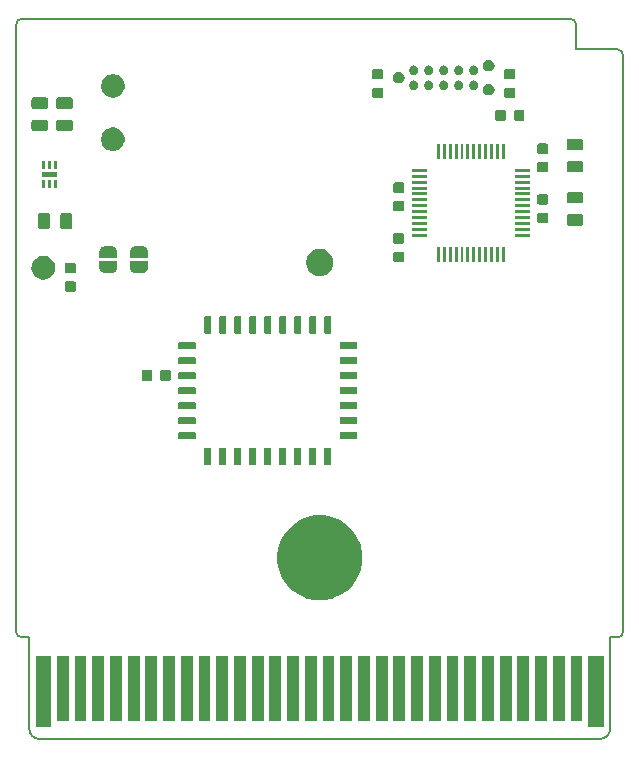
<source format=gbr>
G04 #@! TF.GenerationSoftware,KiCad,Pcbnew,5.1.2-f72e74a~84~ubuntu19.04.1*
G04 #@! TF.CreationDate,2019-06-20T20:29:00+03:00*
G04 #@! TF.ProjectId,GB-CART2M-A,47422d43-4152-4543-924d-2d412e6b6963,v1.1*
G04 #@! TF.SameCoordinates,Original*
G04 #@! TF.FileFunction,Soldermask,Top*
G04 #@! TF.FilePolarity,Negative*
%FSLAX46Y46*%
G04 Gerber Fmt 4.6, Leading zero omitted, Abs format (unit mm)*
G04 Created by KiCad (PCBNEW 5.1.2-f72e74a~84~ubuntu19.04.1) date 2019-06-20 20:29:00*
%MOMM*%
%LPD*%
G04 APERTURE LIST*
%ADD10C,0.150000*%
%ADD11C,0.100000*%
G04 APERTURE END LIST*
D10*
X74800000Y-91400000D02*
G75*
G02X74300000Y-90900000I0J500000D01*
G01*
X74300000Y-39500000D02*
G75*
G02X74800000Y-39000000I500000J0D01*
G01*
X121200000Y-39000000D02*
G75*
G02X121700000Y-39500000I0J-500000D01*
G01*
X125200000Y-41600000D02*
G75*
G02X125700000Y-42100000I0J-500000D01*
G01*
X125700000Y-90900000D02*
G75*
G02X125200000Y-91400000I-500000J0D01*
G01*
X76300000Y-100000000D02*
G75*
G02X75400000Y-99100000I0J900000D01*
G01*
X124600000Y-99100000D02*
G75*
G02X123700000Y-100000000I-900000J0D01*
G01*
X121700000Y-39500000D02*
X121700000Y-41600000D01*
X74800000Y-39000000D02*
X121200000Y-39000000D01*
X125200000Y-41600000D02*
X121700000Y-41600000D01*
X74300000Y-90900000D02*
X74300000Y-39500000D01*
X75400000Y-91400000D02*
X74800000Y-91400000D01*
X75400000Y-99100000D02*
X75400000Y-91400000D01*
X125700000Y-90900000D02*
X125700000Y-42100000D01*
X124600000Y-91400000D02*
X125200000Y-91400000D01*
X124600000Y-99100000D02*
X124600000Y-91400000D01*
X76300000Y-100000000D02*
X123700000Y-100000000D01*
D11*
G36*
X124050000Y-99000000D02*
G01*
X122750000Y-99000000D01*
X122750000Y-93000000D01*
X124050000Y-93000000D01*
X124050000Y-99000000D01*
X124050000Y-99000000D01*
G37*
G36*
X77250000Y-99000000D02*
G01*
X75950000Y-99000000D01*
X75950000Y-93000000D01*
X77250000Y-93000000D01*
X77250000Y-99000000D01*
X77250000Y-99000000D01*
G37*
G36*
X122250000Y-98500000D02*
G01*
X121250000Y-98500000D01*
X121250000Y-93000000D01*
X122250000Y-93000000D01*
X122250000Y-98500000D01*
X122250000Y-98500000D01*
G37*
G36*
X98250000Y-98500000D02*
G01*
X97250000Y-98500000D01*
X97250000Y-93000000D01*
X98250000Y-93000000D01*
X98250000Y-98500000D01*
X98250000Y-98500000D01*
G37*
G36*
X96750000Y-98500000D02*
G01*
X95750000Y-98500000D01*
X95750000Y-93000000D01*
X96750000Y-93000000D01*
X96750000Y-98500000D01*
X96750000Y-98500000D01*
G37*
G36*
X95250000Y-98500000D02*
G01*
X94250000Y-98500000D01*
X94250000Y-93000000D01*
X95250000Y-93000000D01*
X95250000Y-98500000D01*
X95250000Y-98500000D01*
G37*
G36*
X93750000Y-98500000D02*
G01*
X92750000Y-98500000D01*
X92750000Y-93000000D01*
X93750000Y-93000000D01*
X93750000Y-98500000D01*
X93750000Y-98500000D01*
G37*
G36*
X92250000Y-98500000D02*
G01*
X91250000Y-98500000D01*
X91250000Y-93000000D01*
X92250000Y-93000000D01*
X92250000Y-98500000D01*
X92250000Y-98500000D01*
G37*
G36*
X90750000Y-98500000D02*
G01*
X89750000Y-98500000D01*
X89750000Y-93000000D01*
X90750000Y-93000000D01*
X90750000Y-98500000D01*
X90750000Y-98500000D01*
G37*
G36*
X89250000Y-98500000D02*
G01*
X88250000Y-98500000D01*
X88250000Y-93000000D01*
X89250000Y-93000000D01*
X89250000Y-98500000D01*
X89250000Y-98500000D01*
G37*
G36*
X87750000Y-98500000D02*
G01*
X86750000Y-98500000D01*
X86750000Y-93000000D01*
X87750000Y-93000000D01*
X87750000Y-98500000D01*
X87750000Y-98500000D01*
G37*
G36*
X86250000Y-98500000D02*
G01*
X85250000Y-98500000D01*
X85250000Y-93000000D01*
X86250000Y-93000000D01*
X86250000Y-98500000D01*
X86250000Y-98500000D01*
G37*
G36*
X84750000Y-98500000D02*
G01*
X83750000Y-98500000D01*
X83750000Y-93000000D01*
X84750000Y-93000000D01*
X84750000Y-98500000D01*
X84750000Y-98500000D01*
G37*
G36*
X83250000Y-98500000D02*
G01*
X82250000Y-98500000D01*
X82250000Y-93000000D01*
X83250000Y-93000000D01*
X83250000Y-98500000D01*
X83250000Y-98500000D01*
G37*
G36*
X81750000Y-98500000D02*
G01*
X80750000Y-98500000D01*
X80750000Y-93000000D01*
X81750000Y-93000000D01*
X81750000Y-98500000D01*
X81750000Y-98500000D01*
G37*
G36*
X80250000Y-98500000D02*
G01*
X79250000Y-98500000D01*
X79250000Y-93000000D01*
X80250000Y-93000000D01*
X80250000Y-98500000D01*
X80250000Y-98500000D01*
G37*
G36*
X78750000Y-98500000D02*
G01*
X77750000Y-98500000D01*
X77750000Y-93000000D01*
X78750000Y-93000000D01*
X78750000Y-98500000D01*
X78750000Y-98500000D01*
G37*
G36*
X101250000Y-98500000D02*
G01*
X100250000Y-98500000D01*
X100250000Y-93000000D01*
X101250000Y-93000000D01*
X101250000Y-98500000D01*
X101250000Y-98500000D01*
G37*
G36*
X99750000Y-98500000D02*
G01*
X98750000Y-98500000D01*
X98750000Y-93000000D01*
X99750000Y-93000000D01*
X99750000Y-98500000D01*
X99750000Y-98500000D01*
G37*
G36*
X120750000Y-98500000D02*
G01*
X119750000Y-98500000D01*
X119750000Y-93000000D01*
X120750000Y-93000000D01*
X120750000Y-98500000D01*
X120750000Y-98500000D01*
G37*
G36*
X119250000Y-98500000D02*
G01*
X118250000Y-98500000D01*
X118250000Y-93000000D01*
X119250000Y-93000000D01*
X119250000Y-98500000D01*
X119250000Y-98500000D01*
G37*
G36*
X117750000Y-98500000D02*
G01*
X116750000Y-98500000D01*
X116750000Y-93000000D01*
X117750000Y-93000000D01*
X117750000Y-98500000D01*
X117750000Y-98500000D01*
G37*
G36*
X116250000Y-98500000D02*
G01*
X115250000Y-98500000D01*
X115250000Y-93000000D01*
X116250000Y-93000000D01*
X116250000Y-98500000D01*
X116250000Y-98500000D01*
G37*
G36*
X114750000Y-98500000D02*
G01*
X113750000Y-98500000D01*
X113750000Y-93000000D01*
X114750000Y-93000000D01*
X114750000Y-98500000D01*
X114750000Y-98500000D01*
G37*
G36*
X113250000Y-98500000D02*
G01*
X112250000Y-98500000D01*
X112250000Y-93000000D01*
X113250000Y-93000000D01*
X113250000Y-98500000D01*
X113250000Y-98500000D01*
G37*
G36*
X111750000Y-98500000D02*
G01*
X110750000Y-98500000D01*
X110750000Y-93000000D01*
X111750000Y-93000000D01*
X111750000Y-98500000D01*
X111750000Y-98500000D01*
G37*
G36*
X110250000Y-98500000D02*
G01*
X109250000Y-98500000D01*
X109250000Y-93000000D01*
X110250000Y-93000000D01*
X110250000Y-98500000D01*
X110250000Y-98500000D01*
G37*
G36*
X108750000Y-98500000D02*
G01*
X107750000Y-98500000D01*
X107750000Y-93000000D01*
X108750000Y-93000000D01*
X108750000Y-98500000D01*
X108750000Y-98500000D01*
G37*
G36*
X107250000Y-98500000D02*
G01*
X106250000Y-98500000D01*
X106250000Y-93000000D01*
X107250000Y-93000000D01*
X107250000Y-98500000D01*
X107250000Y-98500000D01*
G37*
G36*
X105750000Y-98500000D02*
G01*
X104750000Y-98500000D01*
X104750000Y-93000000D01*
X105750000Y-93000000D01*
X105750000Y-98500000D01*
X105750000Y-98500000D01*
G37*
G36*
X104250000Y-98500000D02*
G01*
X103250000Y-98500000D01*
X103250000Y-93000000D01*
X104250000Y-93000000D01*
X104250000Y-98500000D01*
X104250000Y-98500000D01*
G37*
G36*
X102750000Y-98500000D02*
G01*
X101750000Y-98500000D01*
X101750000Y-93000000D01*
X102750000Y-93000000D01*
X102750000Y-98500000D01*
X102750000Y-98500000D01*
G37*
G36*
X101050081Y-81188346D02*
G01*
X101050083Y-81188347D01*
X101050084Y-81188347D01*
X101292095Y-81288591D01*
X101705240Y-81459721D01*
X102294866Y-81853697D01*
X102796303Y-82355134D01*
X103190279Y-82944760D01*
X103461654Y-83599919D01*
X103600000Y-84295431D01*
X103600000Y-85004569D01*
X103461654Y-85700081D01*
X103190279Y-86355240D01*
X102796303Y-86944866D01*
X102294866Y-87446303D01*
X101705240Y-87840279D01*
X101292095Y-88011409D01*
X101050084Y-88111653D01*
X101050083Y-88111653D01*
X101050081Y-88111654D01*
X100354569Y-88250000D01*
X99645431Y-88250000D01*
X98949919Y-88111654D01*
X98949917Y-88111653D01*
X98949916Y-88111653D01*
X98707905Y-88011409D01*
X98294760Y-87840279D01*
X97705134Y-87446303D01*
X97203697Y-86944866D01*
X96809721Y-86355240D01*
X96538346Y-85700081D01*
X96400000Y-85004569D01*
X96400000Y-84295431D01*
X96538346Y-83599919D01*
X96809721Y-82944760D01*
X97203697Y-82355134D01*
X97705134Y-81853697D01*
X98294760Y-81459721D01*
X98707905Y-81288591D01*
X98949916Y-81188347D01*
X98949917Y-81188347D01*
X98949919Y-81188346D01*
X99645431Y-81050000D01*
X100354569Y-81050000D01*
X101050081Y-81188346D01*
X101050081Y-81188346D01*
G37*
G36*
X95832145Y-75333355D02*
G01*
X95850813Y-75339018D01*
X95868020Y-75348216D01*
X95883101Y-75360591D01*
X95895476Y-75375672D01*
X95904674Y-75392879D01*
X95910337Y-75411547D01*
X95912732Y-75435868D01*
X95912732Y-76701052D01*
X95910337Y-76725373D01*
X95904674Y-76744041D01*
X95895476Y-76761248D01*
X95883101Y-76776329D01*
X95868020Y-76788704D01*
X95850813Y-76797902D01*
X95832145Y-76803565D01*
X95807824Y-76805960D01*
X95417640Y-76805960D01*
X95393319Y-76803565D01*
X95374651Y-76797902D01*
X95357444Y-76788704D01*
X95342363Y-76776329D01*
X95329988Y-76761248D01*
X95320790Y-76744041D01*
X95315127Y-76725373D01*
X95312732Y-76701052D01*
X95312732Y-75435868D01*
X95315127Y-75411547D01*
X95320790Y-75392879D01*
X95329988Y-75375672D01*
X95342363Y-75360591D01*
X95357444Y-75348216D01*
X95374651Y-75339018D01*
X95393319Y-75333355D01*
X95417640Y-75330960D01*
X95807824Y-75330960D01*
X95832145Y-75333355D01*
X95832145Y-75333355D01*
G37*
G36*
X97102145Y-75333355D02*
G01*
X97120813Y-75339018D01*
X97138020Y-75348216D01*
X97153101Y-75360591D01*
X97165476Y-75375672D01*
X97174674Y-75392879D01*
X97180337Y-75411547D01*
X97182732Y-75435868D01*
X97182732Y-76701052D01*
X97180337Y-76725373D01*
X97174674Y-76744041D01*
X97165476Y-76761248D01*
X97153101Y-76776329D01*
X97138020Y-76788704D01*
X97120813Y-76797902D01*
X97102145Y-76803565D01*
X97077824Y-76805960D01*
X96687640Y-76805960D01*
X96663319Y-76803565D01*
X96644651Y-76797902D01*
X96627444Y-76788704D01*
X96612363Y-76776329D01*
X96599988Y-76761248D01*
X96590790Y-76744041D01*
X96585127Y-76725373D01*
X96582732Y-76701052D01*
X96582732Y-75435868D01*
X96585127Y-75411547D01*
X96590790Y-75392879D01*
X96599988Y-75375672D01*
X96612363Y-75360591D01*
X96627444Y-75348216D01*
X96644651Y-75339018D01*
X96663319Y-75333355D01*
X96687640Y-75330960D01*
X97077824Y-75330960D01*
X97102145Y-75333355D01*
X97102145Y-75333355D01*
G37*
G36*
X98372145Y-75333355D02*
G01*
X98390813Y-75339018D01*
X98408020Y-75348216D01*
X98423101Y-75360591D01*
X98435476Y-75375672D01*
X98444674Y-75392879D01*
X98450337Y-75411547D01*
X98452732Y-75435868D01*
X98452732Y-76701052D01*
X98450337Y-76725373D01*
X98444674Y-76744041D01*
X98435476Y-76761248D01*
X98423101Y-76776329D01*
X98408020Y-76788704D01*
X98390813Y-76797902D01*
X98372145Y-76803565D01*
X98347824Y-76805960D01*
X97957640Y-76805960D01*
X97933319Y-76803565D01*
X97914651Y-76797902D01*
X97897444Y-76788704D01*
X97882363Y-76776329D01*
X97869988Y-76761248D01*
X97860790Y-76744041D01*
X97855127Y-76725373D01*
X97852732Y-76701052D01*
X97852732Y-75435868D01*
X97855127Y-75411547D01*
X97860790Y-75392879D01*
X97869988Y-75375672D01*
X97882363Y-75360591D01*
X97897444Y-75348216D01*
X97914651Y-75339018D01*
X97933319Y-75333355D01*
X97957640Y-75330960D01*
X98347824Y-75330960D01*
X98372145Y-75333355D01*
X98372145Y-75333355D01*
G37*
G36*
X99642145Y-75333355D02*
G01*
X99660813Y-75339018D01*
X99678020Y-75348216D01*
X99693101Y-75360591D01*
X99705476Y-75375672D01*
X99714674Y-75392879D01*
X99720337Y-75411547D01*
X99722732Y-75435868D01*
X99722732Y-76701052D01*
X99720337Y-76725373D01*
X99714674Y-76744041D01*
X99705476Y-76761248D01*
X99693101Y-76776329D01*
X99678020Y-76788704D01*
X99660813Y-76797902D01*
X99642145Y-76803565D01*
X99617824Y-76805960D01*
X99227640Y-76805960D01*
X99203319Y-76803565D01*
X99184651Y-76797902D01*
X99167444Y-76788704D01*
X99152363Y-76776329D01*
X99139988Y-76761248D01*
X99130790Y-76744041D01*
X99125127Y-76725373D01*
X99122732Y-76701052D01*
X99122732Y-75435868D01*
X99125127Y-75411547D01*
X99130790Y-75392879D01*
X99139988Y-75375672D01*
X99152363Y-75360591D01*
X99167444Y-75348216D01*
X99184651Y-75339018D01*
X99203319Y-75333355D01*
X99227640Y-75330960D01*
X99617824Y-75330960D01*
X99642145Y-75333355D01*
X99642145Y-75333355D01*
G37*
G36*
X93292145Y-75333355D02*
G01*
X93310813Y-75339018D01*
X93328020Y-75348216D01*
X93343101Y-75360591D01*
X93355476Y-75375672D01*
X93364674Y-75392879D01*
X93370337Y-75411547D01*
X93372732Y-75435868D01*
X93372732Y-76701052D01*
X93370337Y-76725373D01*
X93364674Y-76744041D01*
X93355476Y-76761248D01*
X93343101Y-76776329D01*
X93328020Y-76788704D01*
X93310813Y-76797902D01*
X93292145Y-76803565D01*
X93267824Y-76805960D01*
X92877640Y-76805960D01*
X92853319Y-76803565D01*
X92834651Y-76797902D01*
X92817444Y-76788704D01*
X92802363Y-76776329D01*
X92789988Y-76761248D01*
X92780790Y-76744041D01*
X92775127Y-76725373D01*
X92772732Y-76701052D01*
X92772732Y-75435868D01*
X92775127Y-75411547D01*
X92780790Y-75392879D01*
X92789988Y-75375672D01*
X92802363Y-75360591D01*
X92817444Y-75348216D01*
X92834651Y-75339018D01*
X92853319Y-75333355D01*
X92877640Y-75330960D01*
X93267824Y-75330960D01*
X93292145Y-75333355D01*
X93292145Y-75333355D01*
G37*
G36*
X92022145Y-75333355D02*
G01*
X92040813Y-75339018D01*
X92058020Y-75348216D01*
X92073101Y-75360591D01*
X92085476Y-75375672D01*
X92094674Y-75392879D01*
X92100337Y-75411547D01*
X92102732Y-75435868D01*
X92102732Y-76701052D01*
X92100337Y-76725373D01*
X92094674Y-76744041D01*
X92085476Y-76761248D01*
X92073101Y-76776329D01*
X92058020Y-76788704D01*
X92040813Y-76797902D01*
X92022145Y-76803565D01*
X91997824Y-76805960D01*
X91607640Y-76805960D01*
X91583319Y-76803565D01*
X91564651Y-76797902D01*
X91547444Y-76788704D01*
X91532363Y-76776329D01*
X91519988Y-76761248D01*
X91510790Y-76744041D01*
X91505127Y-76725373D01*
X91502732Y-76701052D01*
X91502732Y-75435868D01*
X91505127Y-75411547D01*
X91510790Y-75392879D01*
X91519988Y-75375672D01*
X91532363Y-75360591D01*
X91547444Y-75348216D01*
X91564651Y-75339018D01*
X91583319Y-75333355D01*
X91607640Y-75330960D01*
X91997824Y-75330960D01*
X92022145Y-75333355D01*
X92022145Y-75333355D01*
G37*
G36*
X90752145Y-75333355D02*
G01*
X90770813Y-75339018D01*
X90788020Y-75348216D01*
X90803101Y-75360591D01*
X90815476Y-75375672D01*
X90824674Y-75392879D01*
X90830337Y-75411547D01*
X90832732Y-75435868D01*
X90832732Y-76701052D01*
X90830337Y-76725373D01*
X90824674Y-76744041D01*
X90815476Y-76761248D01*
X90803101Y-76776329D01*
X90788020Y-76788704D01*
X90770813Y-76797902D01*
X90752145Y-76803565D01*
X90727824Y-76805960D01*
X90337640Y-76805960D01*
X90313319Y-76803565D01*
X90294651Y-76797902D01*
X90277444Y-76788704D01*
X90262363Y-76776329D01*
X90249988Y-76761248D01*
X90240790Y-76744041D01*
X90235127Y-76725373D01*
X90232732Y-76701052D01*
X90232732Y-75435868D01*
X90235127Y-75411547D01*
X90240790Y-75392879D01*
X90249988Y-75375672D01*
X90262363Y-75360591D01*
X90277444Y-75348216D01*
X90294651Y-75339018D01*
X90313319Y-75333355D01*
X90337640Y-75330960D01*
X90727824Y-75330960D01*
X90752145Y-75333355D01*
X90752145Y-75333355D01*
G37*
G36*
X100912145Y-75333355D02*
G01*
X100930813Y-75339018D01*
X100948020Y-75348216D01*
X100963101Y-75360591D01*
X100975476Y-75375672D01*
X100984674Y-75392879D01*
X100990337Y-75411547D01*
X100992732Y-75435868D01*
X100992732Y-76701052D01*
X100990337Y-76725373D01*
X100984674Y-76744041D01*
X100975476Y-76761248D01*
X100963101Y-76776329D01*
X100948020Y-76788704D01*
X100930813Y-76797902D01*
X100912145Y-76803565D01*
X100887824Y-76805960D01*
X100497640Y-76805960D01*
X100473319Y-76803565D01*
X100454651Y-76797902D01*
X100437444Y-76788704D01*
X100422363Y-76776329D01*
X100409988Y-76761248D01*
X100400790Y-76744041D01*
X100395127Y-76725373D01*
X100392732Y-76701052D01*
X100392732Y-75435868D01*
X100395127Y-75411547D01*
X100400790Y-75392879D01*
X100409988Y-75375672D01*
X100422363Y-75360591D01*
X100437444Y-75348216D01*
X100454651Y-75339018D01*
X100473319Y-75333355D01*
X100497640Y-75330960D01*
X100887824Y-75330960D01*
X100912145Y-75333355D01*
X100912145Y-75333355D01*
G37*
G36*
X94562145Y-75333355D02*
G01*
X94580813Y-75339018D01*
X94598020Y-75348216D01*
X94613101Y-75360591D01*
X94625476Y-75375672D01*
X94634674Y-75392879D01*
X94640337Y-75411547D01*
X94642732Y-75435868D01*
X94642732Y-76701052D01*
X94640337Y-76725373D01*
X94634674Y-76744041D01*
X94625476Y-76761248D01*
X94613101Y-76776329D01*
X94598020Y-76788704D01*
X94580813Y-76797902D01*
X94562145Y-76803565D01*
X94537824Y-76805960D01*
X94147640Y-76805960D01*
X94123319Y-76803565D01*
X94104651Y-76797902D01*
X94087444Y-76788704D01*
X94072363Y-76776329D01*
X94059988Y-76761248D01*
X94050790Y-76744041D01*
X94045127Y-76725373D01*
X94042732Y-76701052D01*
X94042732Y-75435868D01*
X94045127Y-75411547D01*
X94050790Y-75392879D01*
X94059988Y-75375672D01*
X94072363Y-75360591D01*
X94087444Y-75348216D01*
X94104651Y-75339018D01*
X94123319Y-75333355D01*
X94147640Y-75330960D01*
X94537824Y-75330960D01*
X94562145Y-75333355D01*
X94562145Y-75333355D01*
G37*
G36*
X103107145Y-74018355D02*
G01*
X103125813Y-74024018D01*
X103143020Y-74033216D01*
X103158101Y-74045591D01*
X103170476Y-74060672D01*
X103179674Y-74077879D01*
X103185337Y-74096547D01*
X103187732Y-74120868D01*
X103187732Y-74511052D01*
X103185337Y-74535373D01*
X103179674Y-74554041D01*
X103170476Y-74571248D01*
X103158101Y-74586329D01*
X103143020Y-74598704D01*
X103125813Y-74607902D01*
X103107145Y-74613565D01*
X103082824Y-74615960D01*
X101817640Y-74615960D01*
X101793319Y-74613565D01*
X101774651Y-74607902D01*
X101757444Y-74598704D01*
X101742363Y-74586329D01*
X101729988Y-74571248D01*
X101720790Y-74554041D01*
X101715127Y-74535373D01*
X101712732Y-74511052D01*
X101712732Y-74120868D01*
X101715127Y-74096547D01*
X101720790Y-74077879D01*
X101729988Y-74060672D01*
X101742363Y-74045591D01*
X101757444Y-74033216D01*
X101774651Y-74024018D01*
X101793319Y-74018355D01*
X101817640Y-74015960D01*
X103082824Y-74015960D01*
X103107145Y-74018355D01*
X103107145Y-74018355D01*
G37*
G36*
X89432145Y-74018355D02*
G01*
X89450813Y-74024018D01*
X89468020Y-74033216D01*
X89483101Y-74045591D01*
X89495476Y-74060672D01*
X89504674Y-74077879D01*
X89510337Y-74096547D01*
X89512732Y-74120868D01*
X89512732Y-74511052D01*
X89510337Y-74535373D01*
X89504674Y-74554041D01*
X89495476Y-74571248D01*
X89483101Y-74586329D01*
X89468020Y-74598704D01*
X89450813Y-74607902D01*
X89432145Y-74613565D01*
X89407824Y-74615960D01*
X88142640Y-74615960D01*
X88118319Y-74613565D01*
X88099651Y-74607902D01*
X88082444Y-74598704D01*
X88067363Y-74586329D01*
X88054988Y-74571248D01*
X88045790Y-74554041D01*
X88040127Y-74535373D01*
X88037732Y-74511052D01*
X88037732Y-74120868D01*
X88040127Y-74096547D01*
X88045790Y-74077879D01*
X88054988Y-74060672D01*
X88067363Y-74045591D01*
X88082444Y-74033216D01*
X88099651Y-74024018D01*
X88118319Y-74018355D01*
X88142640Y-74015960D01*
X89407824Y-74015960D01*
X89432145Y-74018355D01*
X89432145Y-74018355D01*
G37*
G36*
X89432145Y-72748355D02*
G01*
X89450813Y-72754018D01*
X89468020Y-72763216D01*
X89483101Y-72775591D01*
X89495476Y-72790672D01*
X89504674Y-72807879D01*
X89510337Y-72826547D01*
X89512732Y-72850868D01*
X89512732Y-73241052D01*
X89510337Y-73265373D01*
X89504674Y-73284041D01*
X89495476Y-73301248D01*
X89483101Y-73316329D01*
X89468020Y-73328704D01*
X89450813Y-73337902D01*
X89432145Y-73343565D01*
X89407824Y-73345960D01*
X88142640Y-73345960D01*
X88118319Y-73343565D01*
X88099651Y-73337902D01*
X88082444Y-73328704D01*
X88067363Y-73316329D01*
X88054988Y-73301248D01*
X88045790Y-73284041D01*
X88040127Y-73265373D01*
X88037732Y-73241052D01*
X88037732Y-72850868D01*
X88040127Y-72826547D01*
X88045790Y-72807879D01*
X88054988Y-72790672D01*
X88067363Y-72775591D01*
X88082444Y-72763216D01*
X88099651Y-72754018D01*
X88118319Y-72748355D01*
X88142640Y-72745960D01*
X89407824Y-72745960D01*
X89432145Y-72748355D01*
X89432145Y-72748355D01*
G37*
G36*
X103107145Y-72748355D02*
G01*
X103125813Y-72754018D01*
X103143020Y-72763216D01*
X103158101Y-72775591D01*
X103170476Y-72790672D01*
X103179674Y-72807879D01*
X103185337Y-72826547D01*
X103187732Y-72850868D01*
X103187732Y-73241052D01*
X103185337Y-73265373D01*
X103179674Y-73284041D01*
X103170476Y-73301248D01*
X103158101Y-73316329D01*
X103143020Y-73328704D01*
X103125813Y-73337902D01*
X103107145Y-73343565D01*
X103082824Y-73345960D01*
X101817640Y-73345960D01*
X101793319Y-73343565D01*
X101774651Y-73337902D01*
X101757444Y-73328704D01*
X101742363Y-73316329D01*
X101729988Y-73301248D01*
X101720790Y-73284041D01*
X101715127Y-73265373D01*
X101712732Y-73241052D01*
X101712732Y-72850868D01*
X101715127Y-72826547D01*
X101720790Y-72807879D01*
X101729988Y-72790672D01*
X101742363Y-72775591D01*
X101757444Y-72763216D01*
X101774651Y-72754018D01*
X101793319Y-72748355D01*
X101817640Y-72745960D01*
X103082824Y-72745960D01*
X103107145Y-72748355D01*
X103107145Y-72748355D01*
G37*
G36*
X89432145Y-71478355D02*
G01*
X89450813Y-71484018D01*
X89468020Y-71493216D01*
X89483101Y-71505591D01*
X89495476Y-71520672D01*
X89504674Y-71537879D01*
X89510337Y-71556547D01*
X89512732Y-71580868D01*
X89512732Y-71971052D01*
X89510337Y-71995373D01*
X89504674Y-72014041D01*
X89495476Y-72031248D01*
X89483101Y-72046329D01*
X89468020Y-72058704D01*
X89450813Y-72067902D01*
X89432145Y-72073565D01*
X89407824Y-72075960D01*
X88142640Y-72075960D01*
X88118319Y-72073565D01*
X88099651Y-72067902D01*
X88082444Y-72058704D01*
X88067363Y-72046329D01*
X88054988Y-72031248D01*
X88045790Y-72014041D01*
X88040127Y-71995373D01*
X88037732Y-71971052D01*
X88037732Y-71580868D01*
X88040127Y-71556547D01*
X88045790Y-71537879D01*
X88054988Y-71520672D01*
X88067363Y-71505591D01*
X88082444Y-71493216D01*
X88099651Y-71484018D01*
X88118319Y-71478355D01*
X88142640Y-71475960D01*
X89407824Y-71475960D01*
X89432145Y-71478355D01*
X89432145Y-71478355D01*
G37*
G36*
X103107145Y-71478355D02*
G01*
X103125813Y-71484018D01*
X103143020Y-71493216D01*
X103158101Y-71505591D01*
X103170476Y-71520672D01*
X103179674Y-71537879D01*
X103185337Y-71556547D01*
X103187732Y-71580868D01*
X103187732Y-71971052D01*
X103185337Y-71995373D01*
X103179674Y-72014041D01*
X103170476Y-72031248D01*
X103158101Y-72046329D01*
X103143020Y-72058704D01*
X103125813Y-72067902D01*
X103107145Y-72073565D01*
X103082824Y-72075960D01*
X101817640Y-72075960D01*
X101793319Y-72073565D01*
X101774651Y-72067902D01*
X101757444Y-72058704D01*
X101742363Y-72046329D01*
X101729988Y-72031248D01*
X101720790Y-72014041D01*
X101715127Y-71995373D01*
X101712732Y-71971052D01*
X101712732Y-71580868D01*
X101715127Y-71556547D01*
X101720790Y-71537879D01*
X101729988Y-71520672D01*
X101742363Y-71505591D01*
X101757444Y-71493216D01*
X101774651Y-71484018D01*
X101793319Y-71478355D01*
X101817640Y-71475960D01*
X103082824Y-71475960D01*
X103107145Y-71478355D01*
X103107145Y-71478355D01*
G37*
G36*
X89432145Y-70208355D02*
G01*
X89450813Y-70214018D01*
X89468020Y-70223216D01*
X89483101Y-70235591D01*
X89495476Y-70250672D01*
X89504674Y-70267879D01*
X89510337Y-70286547D01*
X89512732Y-70310868D01*
X89512732Y-70701052D01*
X89510337Y-70725373D01*
X89504674Y-70744041D01*
X89495476Y-70761248D01*
X89483101Y-70776329D01*
X89468020Y-70788704D01*
X89450813Y-70797902D01*
X89432145Y-70803565D01*
X89407824Y-70805960D01*
X88142640Y-70805960D01*
X88118319Y-70803565D01*
X88099651Y-70797902D01*
X88082444Y-70788704D01*
X88067363Y-70776329D01*
X88054988Y-70761248D01*
X88045790Y-70744041D01*
X88040127Y-70725373D01*
X88037732Y-70701052D01*
X88037732Y-70310868D01*
X88040127Y-70286547D01*
X88045790Y-70267879D01*
X88054988Y-70250672D01*
X88067363Y-70235591D01*
X88082444Y-70223216D01*
X88099651Y-70214018D01*
X88118319Y-70208355D01*
X88142640Y-70205960D01*
X89407824Y-70205960D01*
X89432145Y-70208355D01*
X89432145Y-70208355D01*
G37*
G36*
X103107145Y-70208355D02*
G01*
X103125813Y-70214018D01*
X103143020Y-70223216D01*
X103158101Y-70235591D01*
X103170476Y-70250672D01*
X103179674Y-70267879D01*
X103185337Y-70286547D01*
X103187732Y-70310868D01*
X103187732Y-70701052D01*
X103185337Y-70725373D01*
X103179674Y-70744041D01*
X103170476Y-70761248D01*
X103158101Y-70776329D01*
X103143020Y-70788704D01*
X103125813Y-70797902D01*
X103107145Y-70803565D01*
X103082824Y-70805960D01*
X101817640Y-70805960D01*
X101793319Y-70803565D01*
X101774651Y-70797902D01*
X101757444Y-70788704D01*
X101742363Y-70776329D01*
X101729988Y-70761248D01*
X101720790Y-70744041D01*
X101715127Y-70725373D01*
X101712732Y-70701052D01*
X101712732Y-70310868D01*
X101715127Y-70286547D01*
X101720790Y-70267879D01*
X101729988Y-70250672D01*
X101742363Y-70235591D01*
X101757444Y-70223216D01*
X101774651Y-70214018D01*
X101793319Y-70208355D01*
X101817640Y-70205960D01*
X103082824Y-70205960D01*
X103107145Y-70208355D01*
X103107145Y-70208355D01*
G37*
G36*
X85676809Y-68734677D02*
G01*
X85708375Y-68744252D01*
X85737465Y-68759800D01*
X85762964Y-68780728D01*
X85783892Y-68806227D01*
X85799440Y-68835317D01*
X85809015Y-68866883D01*
X85812732Y-68904618D01*
X85812732Y-69507302D01*
X85809015Y-69545037D01*
X85799440Y-69576603D01*
X85783892Y-69605693D01*
X85762964Y-69631192D01*
X85737465Y-69652120D01*
X85708375Y-69667668D01*
X85676809Y-69677243D01*
X85639074Y-69680960D01*
X85111390Y-69680960D01*
X85073655Y-69677243D01*
X85042089Y-69667668D01*
X85012999Y-69652120D01*
X84987500Y-69631192D01*
X84966572Y-69605693D01*
X84951024Y-69576603D01*
X84941449Y-69545037D01*
X84937732Y-69507302D01*
X84937732Y-68904618D01*
X84941449Y-68866883D01*
X84951024Y-68835317D01*
X84966572Y-68806227D01*
X84987500Y-68780728D01*
X85012999Y-68759800D01*
X85042089Y-68744252D01*
X85073655Y-68734677D01*
X85111390Y-68730960D01*
X85639074Y-68730960D01*
X85676809Y-68734677D01*
X85676809Y-68734677D01*
G37*
G36*
X87251809Y-68734677D02*
G01*
X87283375Y-68744252D01*
X87312465Y-68759800D01*
X87337964Y-68780728D01*
X87358892Y-68806227D01*
X87374440Y-68835317D01*
X87384015Y-68866883D01*
X87387732Y-68904618D01*
X87387732Y-69507302D01*
X87384015Y-69545037D01*
X87374440Y-69576603D01*
X87358892Y-69605693D01*
X87337964Y-69631192D01*
X87312465Y-69652120D01*
X87283375Y-69667668D01*
X87251809Y-69677243D01*
X87214074Y-69680960D01*
X86686390Y-69680960D01*
X86648655Y-69677243D01*
X86617089Y-69667668D01*
X86587999Y-69652120D01*
X86562500Y-69631192D01*
X86541572Y-69605693D01*
X86526024Y-69576603D01*
X86516449Y-69545037D01*
X86512732Y-69507302D01*
X86512732Y-68904618D01*
X86516449Y-68866883D01*
X86526024Y-68835317D01*
X86541572Y-68806227D01*
X86562500Y-68780728D01*
X86587999Y-68759800D01*
X86617089Y-68744252D01*
X86648655Y-68734677D01*
X86686390Y-68730960D01*
X87214074Y-68730960D01*
X87251809Y-68734677D01*
X87251809Y-68734677D01*
G37*
G36*
X89432145Y-68938355D02*
G01*
X89450813Y-68944018D01*
X89468020Y-68953216D01*
X89483101Y-68965591D01*
X89495476Y-68980672D01*
X89504674Y-68997879D01*
X89510337Y-69016547D01*
X89512732Y-69040868D01*
X89512732Y-69431052D01*
X89510337Y-69455373D01*
X89504674Y-69474041D01*
X89495476Y-69491248D01*
X89483101Y-69506329D01*
X89468020Y-69518704D01*
X89450813Y-69527902D01*
X89432145Y-69533565D01*
X89407824Y-69535960D01*
X88142640Y-69535960D01*
X88118319Y-69533565D01*
X88099651Y-69527902D01*
X88082444Y-69518704D01*
X88067363Y-69506329D01*
X88054988Y-69491248D01*
X88045790Y-69474041D01*
X88040127Y-69455373D01*
X88037732Y-69431052D01*
X88037732Y-69040868D01*
X88040127Y-69016547D01*
X88045790Y-68997879D01*
X88054988Y-68980672D01*
X88067363Y-68965591D01*
X88082444Y-68953216D01*
X88099651Y-68944018D01*
X88118319Y-68938355D01*
X88142640Y-68935960D01*
X89407824Y-68935960D01*
X89432145Y-68938355D01*
X89432145Y-68938355D01*
G37*
G36*
X103107145Y-68938355D02*
G01*
X103125813Y-68944018D01*
X103143020Y-68953216D01*
X103158101Y-68965591D01*
X103170476Y-68980672D01*
X103179674Y-68997879D01*
X103185337Y-69016547D01*
X103187732Y-69040868D01*
X103187732Y-69431052D01*
X103185337Y-69455373D01*
X103179674Y-69474041D01*
X103170476Y-69491248D01*
X103158101Y-69506329D01*
X103143020Y-69518704D01*
X103125813Y-69527902D01*
X103107145Y-69533565D01*
X103082824Y-69535960D01*
X101817640Y-69535960D01*
X101793319Y-69533565D01*
X101774651Y-69527902D01*
X101757444Y-69518704D01*
X101742363Y-69506329D01*
X101729988Y-69491248D01*
X101720790Y-69474041D01*
X101715127Y-69455373D01*
X101712732Y-69431052D01*
X101712732Y-69040868D01*
X101715127Y-69016547D01*
X101720790Y-68997879D01*
X101729988Y-68980672D01*
X101742363Y-68965591D01*
X101757444Y-68953216D01*
X101774651Y-68944018D01*
X101793319Y-68938355D01*
X101817640Y-68935960D01*
X103082824Y-68935960D01*
X103107145Y-68938355D01*
X103107145Y-68938355D01*
G37*
G36*
X103107145Y-67668355D02*
G01*
X103125813Y-67674018D01*
X103143020Y-67683216D01*
X103158101Y-67695591D01*
X103170476Y-67710672D01*
X103179674Y-67727879D01*
X103185337Y-67746547D01*
X103187732Y-67770868D01*
X103187732Y-68161052D01*
X103185337Y-68185373D01*
X103179674Y-68204041D01*
X103170476Y-68221248D01*
X103158101Y-68236329D01*
X103143020Y-68248704D01*
X103125813Y-68257902D01*
X103107145Y-68263565D01*
X103082824Y-68265960D01*
X101817640Y-68265960D01*
X101793319Y-68263565D01*
X101774651Y-68257902D01*
X101757444Y-68248704D01*
X101742363Y-68236329D01*
X101729988Y-68221248D01*
X101720790Y-68204041D01*
X101715127Y-68185373D01*
X101712732Y-68161052D01*
X101712732Y-67770868D01*
X101715127Y-67746547D01*
X101720790Y-67727879D01*
X101729988Y-67710672D01*
X101742363Y-67695591D01*
X101757444Y-67683216D01*
X101774651Y-67674018D01*
X101793319Y-67668355D01*
X101817640Y-67665960D01*
X103082824Y-67665960D01*
X103107145Y-67668355D01*
X103107145Y-67668355D01*
G37*
G36*
X89432145Y-67668355D02*
G01*
X89450813Y-67674018D01*
X89468020Y-67683216D01*
X89483101Y-67695591D01*
X89495476Y-67710672D01*
X89504674Y-67727879D01*
X89510337Y-67746547D01*
X89512732Y-67770868D01*
X89512732Y-68161052D01*
X89510337Y-68185373D01*
X89504674Y-68204041D01*
X89495476Y-68221248D01*
X89483101Y-68236329D01*
X89468020Y-68248704D01*
X89450813Y-68257902D01*
X89432145Y-68263565D01*
X89407824Y-68265960D01*
X88142640Y-68265960D01*
X88118319Y-68263565D01*
X88099651Y-68257902D01*
X88082444Y-68248704D01*
X88067363Y-68236329D01*
X88054988Y-68221248D01*
X88045790Y-68204041D01*
X88040127Y-68185373D01*
X88037732Y-68161052D01*
X88037732Y-67770868D01*
X88040127Y-67746547D01*
X88045790Y-67727879D01*
X88054988Y-67710672D01*
X88067363Y-67695591D01*
X88082444Y-67683216D01*
X88099651Y-67674018D01*
X88118319Y-67668355D01*
X88142640Y-67665960D01*
X89407824Y-67665960D01*
X89432145Y-67668355D01*
X89432145Y-67668355D01*
G37*
G36*
X89432145Y-66398355D02*
G01*
X89450813Y-66404018D01*
X89468020Y-66413216D01*
X89483101Y-66425591D01*
X89495476Y-66440672D01*
X89504674Y-66457879D01*
X89510337Y-66476547D01*
X89512732Y-66500868D01*
X89512732Y-66891052D01*
X89510337Y-66915373D01*
X89504674Y-66934041D01*
X89495476Y-66951248D01*
X89483101Y-66966329D01*
X89468020Y-66978704D01*
X89450813Y-66987902D01*
X89432145Y-66993565D01*
X89407824Y-66995960D01*
X88142640Y-66995960D01*
X88118319Y-66993565D01*
X88099651Y-66987902D01*
X88082444Y-66978704D01*
X88067363Y-66966329D01*
X88054988Y-66951248D01*
X88045790Y-66934041D01*
X88040127Y-66915373D01*
X88037732Y-66891052D01*
X88037732Y-66500868D01*
X88040127Y-66476547D01*
X88045790Y-66457879D01*
X88054988Y-66440672D01*
X88067363Y-66425591D01*
X88082444Y-66413216D01*
X88099651Y-66404018D01*
X88118319Y-66398355D01*
X88142640Y-66395960D01*
X89407824Y-66395960D01*
X89432145Y-66398355D01*
X89432145Y-66398355D01*
G37*
G36*
X103107145Y-66398355D02*
G01*
X103125813Y-66404018D01*
X103143020Y-66413216D01*
X103158101Y-66425591D01*
X103170476Y-66440672D01*
X103179674Y-66457879D01*
X103185337Y-66476547D01*
X103187732Y-66500868D01*
X103187732Y-66891052D01*
X103185337Y-66915373D01*
X103179674Y-66934041D01*
X103170476Y-66951248D01*
X103158101Y-66966329D01*
X103143020Y-66978704D01*
X103125813Y-66987902D01*
X103107145Y-66993565D01*
X103082824Y-66995960D01*
X101817640Y-66995960D01*
X101793319Y-66993565D01*
X101774651Y-66987902D01*
X101757444Y-66978704D01*
X101742363Y-66966329D01*
X101729988Y-66951248D01*
X101720790Y-66934041D01*
X101715127Y-66915373D01*
X101712732Y-66891052D01*
X101712732Y-66500868D01*
X101715127Y-66476547D01*
X101720790Y-66457879D01*
X101729988Y-66440672D01*
X101742363Y-66425591D01*
X101757444Y-66413216D01*
X101774651Y-66404018D01*
X101793319Y-66398355D01*
X101817640Y-66395960D01*
X103082824Y-66395960D01*
X103107145Y-66398355D01*
X103107145Y-66398355D01*
G37*
G36*
X92022145Y-64208355D02*
G01*
X92040813Y-64214018D01*
X92058020Y-64223216D01*
X92073101Y-64235591D01*
X92085476Y-64250672D01*
X92094674Y-64267879D01*
X92100337Y-64286547D01*
X92102732Y-64310868D01*
X92102732Y-65576052D01*
X92100337Y-65600373D01*
X92094674Y-65619041D01*
X92085476Y-65636248D01*
X92073101Y-65651329D01*
X92058020Y-65663704D01*
X92040813Y-65672902D01*
X92022145Y-65678565D01*
X91997824Y-65680960D01*
X91607640Y-65680960D01*
X91583319Y-65678565D01*
X91564651Y-65672902D01*
X91547444Y-65663704D01*
X91532363Y-65651329D01*
X91519988Y-65636248D01*
X91510790Y-65619041D01*
X91505127Y-65600373D01*
X91502732Y-65576052D01*
X91502732Y-64310868D01*
X91505127Y-64286547D01*
X91510790Y-64267879D01*
X91519988Y-64250672D01*
X91532363Y-64235591D01*
X91547444Y-64223216D01*
X91564651Y-64214018D01*
X91583319Y-64208355D01*
X91607640Y-64205960D01*
X91997824Y-64205960D01*
X92022145Y-64208355D01*
X92022145Y-64208355D01*
G37*
G36*
X90752145Y-64208355D02*
G01*
X90770813Y-64214018D01*
X90788020Y-64223216D01*
X90803101Y-64235591D01*
X90815476Y-64250672D01*
X90824674Y-64267879D01*
X90830337Y-64286547D01*
X90832732Y-64310868D01*
X90832732Y-65576052D01*
X90830337Y-65600373D01*
X90824674Y-65619041D01*
X90815476Y-65636248D01*
X90803101Y-65651329D01*
X90788020Y-65663704D01*
X90770813Y-65672902D01*
X90752145Y-65678565D01*
X90727824Y-65680960D01*
X90337640Y-65680960D01*
X90313319Y-65678565D01*
X90294651Y-65672902D01*
X90277444Y-65663704D01*
X90262363Y-65651329D01*
X90249988Y-65636248D01*
X90240790Y-65619041D01*
X90235127Y-65600373D01*
X90232732Y-65576052D01*
X90232732Y-64310868D01*
X90235127Y-64286547D01*
X90240790Y-64267879D01*
X90249988Y-64250672D01*
X90262363Y-64235591D01*
X90277444Y-64223216D01*
X90294651Y-64214018D01*
X90313319Y-64208355D01*
X90337640Y-64205960D01*
X90727824Y-64205960D01*
X90752145Y-64208355D01*
X90752145Y-64208355D01*
G37*
G36*
X100912145Y-64208355D02*
G01*
X100930813Y-64214018D01*
X100948020Y-64223216D01*
X100963101Y-64235591D01*
X100975476Y-64250672D01*
X100984674Y-64267879D01*
X100990337Y-64286547D01*
X100992732Y-64310868D01*
X100992732Y-65576052D01*
X100990337Y-65600373D01*
X100984674Y-65619041D01*
X100975476Y-65636248D01*
X100963101Y-65651329D01*
X100948020Y-65663704D01*
X100930813Y-65672902D01*
X100912145Y-65678565D01*
X100887824Y-65680960D01*
X100497640Y-65680960D01*
X100473319Y-65678565D01*
X100454651Y-65672902D01*
X100437444Y-65663704D01*
X100422363Y-65651329D01*
X100409988Y-65636248D01*
X100400790Y-65619041D01*
X100395127Y-65600373D01*
X100392732Y-65576052D01*
X100392732Y-64310868D01*
X100395127Y-64286547D01*
X100400790Y-64267879D01*
X100409988Y-64250672D01*
X100422363Y-64235591D01*
X100437444Y-64223216D01*
X100454651Y-64214018D01*
X100473319Y-64208355D01*
X100497640Y-64205960D01*
X100887824Y-64205960D01*
X100912145Y-64208355D01*
X100912145Y-64208355D01*
G37*
G36*
X99642145Y-64208355D02*
G01*
X99660813Y-64214018D01*
X99678020Y-64223216D01*
X99693101Y-64235591D01*
X99705476Y-64250672D01*
X99714674Y-64267879D01*
X99720337Y-64286547D01*
X99722732Y-64310868D01*
X99722732Y-65576052D01*
X99720337Y-65600373D01*
X99714674Y-65619041D01*
X99705476Y-65636248D01*
X99693101Y-65651329D01*
X99678020Y-65663704D01*
X99660813Y-65672902D01*
X99642145Y-65678565D01*
X99617824Y-65680960D01*
X99227640Y-65680960D01*
X99203319Y-65678565D01*
X99184651Y-65672902D01*
X99167444Y-65663704D01*
X99152363Y-65651329D01*
X99139988Y-65636248D01*
X99130790Y-65619041D01*
X99125127Y-65600373D01*
X99122732Y-65576052D01*
X99122732Y-64310868D01*
X99125127Y-64286547D01*
X99130790Y-64267879D01*
X99139988Y-64250672D01*
X99152363Y-64235591D01*
X99167444Y-64223216D01*
X99184651Y-64214018D01*
X99203319Y-64208355D01*
X99227640Y-64205960D01*
X99617824Y-64205960D01*
X99642145Y-64208355D01*
X99642145Y-64208355D01*
G37*
G36*
X98372145Y-64208355D02*
G01*
X98390813Y-64214018D01*
X98408020Y-64223216D01*
X98423101Y-64235591D01*
X98435476Y-64250672D01*
X98444674Y-64267879D01*
X98450337Y-64286547D01*
X98452732Y-64310868D01*
X98452732Y-65576052D01*
X98450337Y-65600373D01*
X98444674Y-65619041D01*
X98435476Y-65636248D01*
X98423101Y-65651329D01*
X98408020Y-65663704D01*
X98390813Y-65672902D01*
X98372145Y-65678565D01*
X98347824Y-65680960D01*
X97957640Y-65680960D01*
X97933319Y-65678565D01*
X97914651Y-65672902D01*
X97897444Y-65663704D01*
X97882363Y-65651329D01*
X97869988Y-65636248D01*
X97860790Y-65619041D01*
X97855127Y-65600373D01*
X97852732Y-65576052D01*
X97852732Y-64310868D01*
X97855127Y-64286547D01*
X97860790Y-64267879D01*
X97869988Y-64250672D01*
X97882363Y-64235591D01*
X97897444Y-64223216D01*
X97914651Y-64214018D01*
X97933319Y-64208355D01*
X97957640Y-64205960D01*
X98347824Y-64205960D01*
X98372145Y-64208355D01*
X98372145Y-64208355D01*
G37*
G36*
X93292145Y-64208355D02*
G01*
X93310813Y-64214018D01*
X93328020Y-64223216D01*
X93343101Y-64235591D01*
X93355476Y-64250672D01*
X93364674Y-64267879D01*
X93370337Y-64286547D01*
X93372732Y-64310868D01*
X93372732Y-65576052D01*
X93370337Y-65600373D01*
X93364674Y-65619041D01*
X93355476Y-65636248D01*
X93343101Y-65651329D01*
X93328020Y-65663704D01*
X93310813Y-65672902D01*
X93292145Y-65678565D01*
X93267824Y-65680960D01*
X92877640Y-65680960D01*
X92853319Y-65678565D01*
X92834651Y-65672902D01*
X92817444Y-65663704D01*
X92802363Y-65651329D01*
X92789988Y-65636248D01*
X92780790Y-65619041D01*
X92775127Y-65600373D01*
X92772732Y-65576052D01*
X92772732Y-64310868D01*
X92775127Y-64286547D01*
X92780790Y-64267879D01*
X92789988Y-64250672D01*
X92802363Y-64235591D01*
X92817444Y-64223216D01*
X92834651Y-64214018D01*
X92853319Y-64208355D01*
X92877640Y-64205960D01*
X93267824Y-64205960D01*
X93292145Y-64208355D01*
X93292145Y-64208355D01*
G37*
G36*
X94562145Y-64208355D02*
G01*
X94580813Y-64214018D01*
X94598020Y-64223216D01*
X94613101Y-64235591D01*
X94625476Y-64250672D01*
X94634674Y-64267879D01*
X94640337Y-64286547D01*
X94642732Y-64310868D01*
X94642732Y-65576052D01*
X94640337Y-65600373D01*
X94634674Y-65619041D01*
X94625476Y-65636248D01*
X94613101Y-65651329D01*
X94598020Y-65663704D01*
X94580813Y-65672902D01*
X94562145Y-65678565D01*
X94537824Y-65680960D01*
X94147640Y-65680960D01*
X94123319Y-65678565D01*
X94104651Y-65672902D01*
X94087444Y-65663704D01*
X94072363Y-65651329D01*
X94059988Y-65636248D01*
X94050790Y-65619041D01*
X94045127Y-65600373D01*
X94042732Y-65576052D01*
X94042732Y-64310868D01*
X94045127Y-64286547D01*
X94050790Y-64267879D01*
X94059988Y-64250672D01*
X94072363Y-64235591D01*
X94087444Y-64223216D01*
X94104651Y-64214018D01*
X94123319Y-64208355D01*
X94147640Y-64205960D01*
X94537824Y-64205960D01*
X94562145Y-64208355D01*
X94562145Y-64208355D01*
G37*
G36*
X95832145Y-64208355D02*
G01*
X95850813Y-64214018D01*
X95868020Y-64223216D01*
X95883101Y-64235591D01*
X95895476Y-64250672D01*
X95904674Y-64267879D01*
X95910337Y-64286547D01*
X95912732Y-64310868D01*
X95912732Y-65576052D01*
X95910337Y-65600373D01*
X95904674Y-65619041D01*
X95895476Y-65636248D01*
X95883101Y-65651329D01*
X95868020Y-65663704D01*
X95850813Y-65672902D01*
X95832145Y-65678565D01*
X95807824Y-65680960D01*
X95417640Y-65680960D01*
X95393319Y-65678565D01*
X95374651Y-65672902D01*
X95357444Y-65663704D01*
X95342363Y-65651329D01*
X95329988Y-65636248D01*
X95320790Y-65619041D01*
X95315127Y-65600373D01*
X95312732Y-65576052D01*
X95312732Y-64310868D01*
X95315127Y-64286547D01*
X95320790Y-64267879D01*
X95329988Y-64250672D01*
X95342363Y-64235591D01*
X95357444Y-64223216D01*
X95374651Y-64214018D01*
X95393319Y-64208355D01*
X95417640Y-64205960D01*
X95807824Y-64205960D01*
X95832145Y-64208355D01*
X95832145Y-64208355D01*
G37*
G36*
X97102145Y-64208355D02*
G01*
X97120813Y-64214018D01*
X97138020Y-64223216D01*
X97153101Y-64235591D01*
X97165476Y-64250672D01*
X97174674Y-64267879D01*
X97180337Y-64286547D01*
X97182732Y-64310868D01*
X97182732Y-65576052D01*
X97180337Y-65600373D01*
X97174674Y-65619041D01*
X97165476Y-65636248D01*
X97153101Y-65651329D01*
X97138020Y-65663704D01*
X97120813Y-65672902D01*
X97102145Y-65678565D01*
X97077824Y-65680960D01*
X96687640Y-65680960D01*
X96663319Y-65678565D01*
X96644651Y-65672902D01*
X96627444Y-65663704D01*
X96612363Y-65651329D01*
X96599988Y-65636248D01*
X96590790Y-65619041D01*
X96585127Y-65600373D01*
X96582732Y-65576052D01*
X96582732Y-64310868D01*
X96585127Y-64286547D01*
X96590790Y-64267879D01*
X96599988Y-64250672D01*
X96612363Y-64235591D01*
X96627444Y-64223216D01*
X96644651Y-64214018D01*
X96663319Y-64208355D01*
X96687640Y-64205960D01*
X97077824Y-64205960D01*
X97102145Y-64208355D01*
X97102145Y-64208355D01*
G37*
G36*
X79239077Y-61253717D02*
G01*
X79270643Y-61263292D01*
X79299733Y-61278840D01*
X79325232Y-61299768D01*
X79346160Y-61325267D01*
X79361708Y-61354357D01*
X79371283Y-61385923D01*
X79375000Y-61423658D01*
X79375000Y-61951342D01*
X79371283Y-61989077D01*
X79361708Y-62020643D01*
X79346160Y-62049733D01*
X79325232Y-62075232D01*
X79299733Y-62096160D01*
X79270643Y-62111708D01*
X79239077Y-62121283D01*
X79201342Y-62125000D01*
X78598658Y-62125000D01*
X78560923Y-62121283D01*
X78529357Y-62111708D01*
X78500267Y-62096160D01*
X78474768Y-62075232D01*
X78453840Y-62049733D01*
X78438292Y-62020643D01*
X78428717Y-61989077D01*
X78425000Y-61951342D01*
X78425000Y-61423658D01*
X78428717Y-61385923D01*
X78438292Y-61354357D01*
X78453840Y-61325267D01*
X78474768Y-61299768D01*
X78500267Y-61278840D01*
X78529357Y-61263292D01*
X78560923Y-61253717D01*
X78598658Y-61250000D01*
X79201342Y-61250000D01*
X79239077Y-61253717D01*
X79239077Y-61253717D01*
G37*
G36*
X76795090Y-59119214D02*
G01*
X76891689Y-59138429D01*
X77073678Y-59213811D01*
X77237463Y-59323249D01*
X77376751Y-59462537D01*
X77486189Y-59626322D01*
X77561571Y-59808311D01*
X77569596Y-59848658D01*
X77596805Y-59985443D01*
X77600000Y-60001509D01*
X77600000Y-60198491D01*
X77561571Y-60391689D01*
X77486189Y-60573678D01*
X77376751Y-60737463D01*
X77237463Y-60876751D01*
X77073678Y-60986189D01*
X76891689Y-61061571D01*
X76795090Y-61080785D01*
X76698493Y-61100000D01*
X76501507Y-61100000D01*
X76404910Y-61080785D01*
X76308311Y-61061571D01*
X76126322Y-60986189D01*
X75962537Y-60876751D01*
X75823249Y-60737463D01*
X75713811Y-60573678D01*
X75638429Y-60391689D01*
X75600000Y-60198491D01*
X75600000Y-60001509D01*
X75603196Y-59985443D01*
X75630404Y-59848658D01*
X75638429Y-59808311D01*
X75713811Y-59626322D01*
X75823249Y-59462537D01*
X75962537Y-59323249D01*
X76126322Y-59213811D01*
X76308311Y-59138429D01*
X76404910Y-59119214D01*
X76501507Y-59100000D01*
X76698493Y-59100000D01*
X76795090Y-59119214D01*
X76795090Y-59119214D01*
G37*
G36*
X100335443Y-58544194D02*
G01*
X100335446Y-58544195D01*
X100335445Y-58544195D01*
X100544728Y-58630883D01*
X100544729Y-58630884D01*
X100733082Y-58756737D01*
X100893263Y-58916918D01*
X100899381Y-58926074D01*
X101019117Y-59105272D01*
X101032851Y-59138429D01*
X101105806Y-59314557D01*
X101150000Y-59536735D01*
X101150000Y-59763265D01*
X101105806Y-59985443D01*
X101105805Y-59985445D01*
X101019117Y-60194728D01*
X100961239Y-60281349D01*
X100893263Y-60383082D01*
X100733082Y-60543263D01*
X100687561Y-60573679D01*
X100544728Y-60669117D01*
X100382855Y-60736167D01*
X100335443Y-60755806D01*
X100113265Y-60800000D01*
X99886735Y-60800000D01*
X99664557Y-60755806D01*
X99617145Y-60736167D01*
X99455272Y-60669117D01*
X99312439Y-60573679D01*
X99266918Y-60543263D01*
X99106737Y-60383082D01*
X99038761Y-60281349D01*
X98980883Y-60194728D01*
X98894195Y-59985445D01*
X98894194Y-59985443D01*
X98850000Y-59763265D01*
X98850000Y-59536735D01*
X98894194Y-59314557D01*
X98967149Y-59138429D01*
X98980883Y-59105272D01*
X99100619Y-58926074D01*
X99106737Y-58916918D01*
X99266918Y-58756737D01*
X99455271Y-58630884D01*
X99455272Y-58630883D01*
X99664555Y-58544195D01*
X99664554Y-58544195D01*
X99664557Y-58544194D01*
X99886735Y-58500000D01*
X100113265Y-58500000D01*
X100335443Y-58544194D01*
X100335443Y-58544194D01*
G37*
G36*
X82849998Y-59549999D02*
G01*
X82850000Y-59550000D01*
X82850484Y-59554910D01*
X82850484Y-60045090D01*
X82849197Y-60058153D01*
X82848558Y-60061365D01*
X82848076Y-60071175D01*
X82848076Y-60094099D01*
X82847109Y-60103913D01*
X82829901Y-60190424D01*
X82827037Y-60199865D01*
X82793286Y-60281349D01*
X82788637Y-60290047D01*
X82739636Y-60363383D01*
X82733375Y-60371011D01*
X82671011Y-60433375D01*
X82663383Y-60439636D01*
X82590047Y-60488637D01*
X82581349Y-60493286D01*
X82499865Y-60527037D01*
X82495144Y-60528469D01*
X82495142Y-60528470D01*
X82495140Y-60528470D01*
X82490424Y-60529901D01*
X82403913Y-60547109D01*
X82394099Y-60548076D01*
X82371175Y-60548076D01*
X82359816Y-60549195D01*
X82359800Y-60549035D01*
X82345090Y-60550484D01*
X81854910Y-60550484D01*
X81841847Y-60549197D01*
X81838635Y-60548558D01*
X81828825Y-60548076D01*
X81805901Y-60548076D01*
X81796087Y-60547109D01*
X81709576Y-60529901D01*
X81704860Y-60528470D01*
X81704858Y-60528470D01*
X81704856Y-60528469D01*
X81700135Y-60527037D01*
X81618651Y-60493286D01*
X81609953Y-60488637D01*
X81536617Y-60439636D01*
X81528989Y-60433375D01*
X81466625Y-60371011D01*
X81460364Y-60363383D01*
X81411363Y-60290047D01*
X81406714Y-60281349D01*
X81372963Y-60199865D01*
X81370099Y-60190424D01*
X81352891Y-60103913D01*
X81351924Y-60094099D01*
X81351924Y-60071175D01*
X81350805Y-60059816D01*
X81350965Y-60059800D01*
X81350000Y-60050000D01*
X81349516Y-60045090D01*
X81349516Y-59554910D01*
X81350000Y-59550000D01*
X81349999Y-59550000D01*
X81350002Y-59549999D01*
X81354910Y-59549516D01*
X82845090Y-59549516D01*
X82849998Y-59549999D01*
X82849998Y-59549999D01*
G37*
G36*
X85449998Y-59549999D02*
G01*
X85450000Y-59550000D01*
X85450484Y-59554910D01*
X85450484Y-60045090D01*
X85449197Y-60058153D01*
X85448558Y-60061365D01*
X85448076Y-60071175D01*
X85448076Y-60094099D01*
X85447109Y-60103913D01*
X85429901Y-60190424D01*
X85427037Y-60199865D01*
X85393286Y-60281349D01*
X85388637Y-60290047D01*
X85339636Y-60363383D01*
X85333375Y-60371011D01*
X85271011Y-60433375D01*
X85263383Y-60439636D01*
X85190047Y-60488637D01*
X85181349Y-60493286D01*
X85099865Y-60527037D01*
X85095144Y-60528469D01*
X85095142Y-60528470D01*
X85095140Y-60528470D01*
X85090424Y-60529901D01*
X85003913Y-60547109D01*
X84994099Y-60548076D01*
X84971175Y-60548076D01*
X84959816Y-60549195D01*
X84959800Y-60549035D01*
X84945090Y-60550484D01*
X84454910Y-60550484D01*
X84441847Y-60549197D01*
X84438635Y-60548558D01*
X84428825Y-60548076D01*
X84405901Y-60548076D01*
X84396087Y-60547109D01*
X84309576Y-60529901D01*
X84304860Y-60528470D01*
X84304858Y-60528470D01*
X84304856Y-60528469D01*
X84300135Y-60527037D01*
X84218651Y-60493286D01*
X84209953Y-60488637D01*
X84136617Y-60439636D01*
X84128989Y-60433375D01*
X84066625Y-60371011D01*
X84060364Y-60363383D01*
X84011363Y-60290047D01*
X84006714Y-60281349D01*
X83972963Y-60199865D01*
X83970099Y-60190424D01*
X83952891Y-60103913D01*
X83951924Y-60094099D01*
X83951924Y-60071175D01*
X83950805Y-60059816D01*
X83950965Y-60059800D01*
X83950000Y-60050000D01*
X83949516Y-60045090D01*
X83949516Y-59554910D01*
X83950000Y-59550000D01*
X83950002Y-59549999D01*
X83954910Y-59549516D01*
X85445090Y-59549516D01*
X85449998Y-59549999D01*
X85449998Y-59549999D01*
G37*
G36*
X79239077Y-59678717D02*
G01*
X79270643Y-59688292D01*
X79299733Y-59703840D01*
X79325232Y-59724768D01*
X79346160Y-59750267D01*
X79361708Y-59779357D01*
X79371283Y-59810923D01*
X79375000Y-59848658D01*
X79375000Y-60376342D01*
X79371283Y-60414077D01*
X79361708Y-60445643D01*
X79346160Y-60474733D01*
X79325232Y-60500232D01*
X79299733Y-60521160D01*
X79270643Y-60536708D01*
X79239077Y-60546283D01*
X79201342Y-60550000D01*
X78598658Y-60550000D01*
X78560923Y-60546283D01*
X78529357Y-60536708D01*
X78500267Y-60521160D01*
X78474768Y-60500232D01*
X78453840Y-60474733D01*
X78438292Y-60445643D01*
X78428717Y-60414077D01*
X78425000Y-60376342D01*
X78425000Y-59848658D01*
X78428717Y-59810923D01*
X78438292Y-59779357D01*
X78453840Y-59750267D01*
X78474768Y-59724768D01*
X78500267Y-59703840D01*
X78529357Y-59688292D01*
X78560923Y-59678717D01*
X78598658Y-59675000D01*
X79201342Y-59675000D01*
X79239077Y-59678717D01*
X79239077Y-59678717D01*
G37*
G36*
X107039077Y-58753717D02*
G01*
X107070643Y-58763292D01*
X107099733Y-58778840D01*
X107125232Y-58799768D01*
X107146160Y-58825267D01*
X107161708Y-58854357D01*
X107171283Y-58885923D01*
X107175000Y-58923658D01*
X107175000Y-59451342D01*
X107171283Y-59489077D01*
X107161708Y-59520643D01*
X107146160Y-59549733D01*
X107125232Y-59575232D01*
X107099733Y-59596160D01*
X107070643Y-59611708D01*
X107039077Y-59621283D01*
X107001342Y-59625000D01*
X106398658Y-59625000D01*
X106360923Y-59621283D01*
X106329357Y-59611708D01*
X106300267Y-59596160D01*
X106274768Y-59575232D01*
X106253840Y-59549733D01*
X106238292Y-59520643D01*
X106228717Y-59489077D01*
X106225000Y-59451342D01*
X106225000Y-58923658D01*
X106228717Y-58885923D01*
X106238292Y-58854357D01*
X106253840Y-58825267D01*
X106274768Y-58799768D01*
X106300267Y-58778840D01*
X106329357Y-58763292D01*
X106360923Y-58753717D01*
X106398658Y-58750000D01*
X107001342Y-58750000D01*
X107039077Y-58753717D01*
X107039077Y-58753717D01*
G37*
G36*
X110675000Y-59600000D02*
G01*
X110425000Y-59600000D01*
X110425000Y-58300000D01*
X110675000Y-58300000D01*
X110675000Y-59600000D01*
X110675000Y-59600000D01*
G37*
G36*
X111175000Y-59600000D02*
G01*
X110925000Y-59600000D01*
X110925000Y-58300000D01*
X111175000Y-58300000D01*
X111175000Y-59600000D01*
X111175000Y-59600000D01*
G37*
G36*
X111675000Y-59600000D02*
G01*
X111425000Y-59600000D01*
X111425000Y-58300000D01*
X111675000Y-58300000D01*
X111675000Y-59600000D01*
X111675000Y-59600000D01*
G37*
G36*
X112175000Y-59600000D02*
G01*
X111925000Y-59600000D01*
X111925000Y-58300000D01*
X112175000Y-58300000D01*
X112175000Y-59600000D01*
X112175000Y-59600000D01*
G37*
G36*
X112675000Y-59600000D02*
G01*
X112425000Y-59600000D01*
X112425000Y-58300000D01*
X112675000Y-58300000D01*
X112675000Y-59600000D01*
X112675000Y-59600000D01*
G37*
G36*
X113175000Y-59600000D02*
G01*
X112925000Y-59600000D01*
X112925000Y-58300000D01*
X113175000Y-58300000D01*
X113175000Y-59600000D01*
X113175000Y-59600000D01*
G37*
G36*
X114175000Y-59600000D02*
G01*
X113925000Y-59600000D01*
X113925000Y-58300000D01*
X114175000Y-58300000D01*
X114175000Y-59600000D01*
X114175000Y-59600000D01*
G37*
G36*
X113675000Y-59600000D02*
G01*
X113425000Y-59600000D01*
X113425000Y-58300000D01*
X113675000Y-58300000D01*
X113675000Y-59600000D01*
X113675000Y-59600000D01*
G37*
G36*
X115175000Y-59600000D02*
G01*
X114925000Y-59600000D01*
X114925000Y-58300000D01*
X115175000Y-58300000D01*
X115175000Y-59600000D01*
X115175000Y-59600000D01*
G37*
G36*
X115675000Y-59600000D02*
G01*
X115425000Y-59600000D01*
X115425000Y-58300000D01*
X115675000Y-58300000D01*
X115675000Y-59600000D01*
X115675000Y-59600000D01*
G37*
G36*
X114675000Y-59600000D02*
G01*
X114425000Y-59600000D01*
X114425000Y-58300000D01*
X114675000Y-58300000D01*
X114675000Y-59600000D01*
X114675000Y-59600000D01*
G37*
G36*
X110175000Y-59600000D02*
G01*
X109925000Y-59600000D01*
X109925000Y-58300000D01*
X110175000Y-58300000D01*
X110175000Y-59600000D01*
X110175000Y-59600000D01*
G37*
G36*
X82358153Y-58250803D02*
G01*
X82361365Y-58251442D01*
X82371175Y-58251924D01*
X82394099Y-58251924D01*
X82403913Y-58252891D01*
X82490424Y-58270099D01*
X82495140Y-58271530D01*
X82495142Y-58271530D01*
X82495144Y-58271531D01*
X82499865Y-58272963D01*
X82581349Y-58306714D01*
X82590047Y-58311363D01*
X82663383Y-58360364D01*
X82671011Y-58366625D01*
X82733375Y-58428989D01*
X82739636Y-58436617D01*
X82788637Y-58509953D01*
X82793286Y-58518651D01*
X82827037Y-58600135D01*
X82829901Y-58609576D01*
X82847109Y-58696087D01*
X82848076Y-58705901D01*
X82848076Y-58728825D01*
X82849195Y-58740184D01*
X82849035Y-58740200D01*
X82850484Y-58754910D01*
X82850484Y-59245090D01*
X82850001Y-59249998D01*
X82850000Y-59250000D01*
X82849998Y-59250001D01*
X82845090Y-59250484D01*
X81354910Y-59250484D01*
X81350002Y-59250001D01*
X81350000Y-59250000D01*
X81349999Y-59249998D01*
X81349516Y-59245090D01*
X81349516Y-58754910D01*
X81350803Y-58741847D01*
X81351442Y-58738635D01*
X81351924Y-58728825D01*
X81351924Y-58705901D01*
X81352891Y-58696087D01*
X81370099Y-58609576D01*
X81372963Y-58600135D01*
X81406714Y-58518651D01*
X81411363Y-58509953D01*
X81460364Y-58436617D01*
X81466625Y-58428989D01*
X81528989Y-58366625D01*
X81536617Y-58360364D01*
X81609953Y-58311363D01*
X81618651Y-58306714D01*
X81700135Y-58272963D01*
X81704856Y-58271531D01*
X81704858Y-58271530D01*
X81704860Y-58271530D01*
X81709576Y-58270099D01*
X81796087Y-58252891D01*
X81805901Y-58251924D01*
X81828825Y-58251924D01*
X81840184Y-58250805D01*
X81840200Y-58250965D01*
X81854910Y-58249516D01*
X82345090Y-58249516D01*
X82358153Y-58250803D01*
X82358153Y-58250803D01*
G37*
G36*
X84958153Y-58250803D02*
G01*
X84961365Y-58251442D01*
X84971175Y-58251924D01*
X84994099Y-58251924D01*
X85003913Y-58252891D01*
X85090424Y-58270099D01*
X85095140Y-58271530D01*
X85095142Y-58271530D01*
X85095144Y-58271531D01*
X85099865Y-58272963D01*
X85181349Y-58306714D01*
X85190047Y-58311363D01*
X85263383Y-58360364D01*
X85271011Y-58366625D01*
X85333375Y-58428989D01*
X85339636Y-58436617D01*
X85388637Y-58509953D01*
X85393286Y-58518651D01*
X85427037Y-58600135D01*
X85429901Y-58609576D01*
X85447109Y-58696087D01*
X85448076Y-58705901D01*
X85448076Y-58728825D01*
X85449195Y-58740184D01*
X85449035Y-58740200D01*
X85450484Y-58754910D01*
X85450484Y-59245090D01*
X85450001Y-59249998D01*
X85450000Y-59250000D01*
X85449998Y-59250001D01*
X85445090Y-59250484D01*
X83954910Y-59250484D01*
X83950002Y-59250001D01*
X83950000Y-59250000D01*
X83949999Y-59249998D01*
X83949516Y-59245090D01*
X83949516Y-58754910D01*
X83950803Y-58741847D01*
X83951442Y-58738635D01*
X83951924Y-58728825D01*
X83951924Y-58705901D01*
X83952891Y-58696087D01*
X83970099Y-58609576D01*
X83972963Y-58600135D01*
X84006714Y-58518651D01*
X84011363Y-58509953D01*
X84060364Y-58436617D01*
X84066625Y-58428989D01*
X84128989Y-58366625D01*
X84136617Y-58360364D01*
X84209953Y-58311363D01*
X84218651Y-58306714D01*
X84300135Y-58272963D01*
X84304856Y-58271531D01*
X84304858Y-58271530D01*
X84304860Y-58271530D01*
X84309576Y-58270099D01*
X84396087Y-58252891D01*
X84405901Y-58251924D01*
X84428825Y-58251924D01*
X84440184Y-58250805D01*
X84440200Y-58250965D01*
X84454910Y-58249516D01*
X84945090Y-58249516D01*
X84958153Y-58250803D01*
X84958153Y-58250803D01*
G37*
G36*
X107039077Y-57178717D02*
G01*
X107070643Y-57188292D01*
X107099733Y-57203840D01*
X107125232Y-57224768D01*
X107146160Y-57250267D01*
X107161708Y-57279357D01*
X107171283Y-57310923D01*
X107175000Y-57348658D01*
X107175000Y-57876342D01*
X107171283Y-57914077D01*
X107161708Y-57945643D01*
X107146160Y-57974733D01*
X107125232Y-58000232D01*
X107099733Y-58021160D01*
X107070643Y-58036708D01*
X107039077Y-58046283D01*
X107001342Y-58050000D01*
X106398658Y-58050000D01*
X106360923Y-58046283D01*
X106329357Y-58036708D01*
X106300267Y-58021160D01*
X106274768Y-58000232D01*
X106253840Y-57974733D01*
X106238292Y-57945643D01*
X106228717Y-57914077D01*
X106225000Y-57876342D01*
X106225000Y-57348658D01*
X106228717Y-57310923D01*
X106238292Y-57279357D01*
X106253840Y-57250267D01*
X106274768Y-57224768D01*
X106300267Y-57203840D01*
X106329357Y-57188292D01*
X106360923Y-57178717D01*
X106398658Y-57175000D01*
X107001342Y-57175000D01*
X107039077Y-57178717D01*
X107039077Y-57178717D01*
G37*
G36*
X109100000Y-57475000D02*
G01*
X107800000Y-57475000D01*
X107800000Y-57225000D01*
X109100000Y-57225000D01*
X109100000Y-57475000D01*
X109100000Y-57475000D01*
G37*
G36*
X117800000Y-57475000D02*
G01*
X116500000Y-57475000D01*
X116500000Y-57225000D01*
X117800000Y-57225000D01*
X117800000Y-57475000D01*
X117800000Y-57475000D01*
G37*
G36*
X109100000Y-56975000D02*
G01*
X107800000Y-56975000D01*
X107800000Y-56725000D01*
X109100000Y-56725000D01*
X109100000Y-56975000D01*
X109100000Y-56975000D01*
G37*
G36*
X117800000Y-56975000D02*
G01*
X116500000Y-56975000D01*
X116500000Y-56725000D01*
X117800000Y-56725000D01*
X117800000Y-56975000D01*
X117800000Y-56975000D01*
G37*
G36*
X76993958Y-55454198D02*
G01*
X77030208Y-55465194D01*
X77063623Y-55483055D01*
X77092910Y-55507090D01*
X77116945Y-55536377D01*
X77134806Y-55569792D01*
X77145802Y-55606042D01*
X77150000Y-55648667D01*
X77150000Y-56651333D01*
X77145802Y-56693958D01*
X77134806Y-56730208D01*
X77116945Y-56763623D01*
X77092910Y-56792910D01*
X77063623Y-56816945D01*
X77030208Y-56834806D01*
X76993958Y-56845802D01*
X76951333Y-56850000D01*
X76373667Y-56850000D01*
X76331042Y-56845802D01*
X76294792Y-56834806D01*
X76261377Y-56816945D01*
X76232090Y-56792910D01*
X76208055Y-56763623D01*
X76190194Y-56730208D01*
X76179198Y-56693958D01*
X76175000Y-56651333D01*
X76175000Y-55648667D01*
X76179198Y-55606042D01*
X76190194Y-55569792D01*
X76208055Y-55536377D01*
X76232090Y-55507090D01*
X76261377Y-55483055D01*
X76294792Y-55465194D01*
X76331042Y-55454198D01*
X76373667Y-55450000D01*
X76951333Y-55450000D01*
X76993958Y-55454198D01*
X76993958Y-55454198D01*
G37*
G36*
X78868958Y-55454198D02*
G01*
X78905208Y-55465194D01*
X78938623Y-55483055D01*
X78967910Y-55507090D01*
X78991945Y-55536377D01*
X79009806Y-55569792D01*
X79020802Y-55606042D01*
X79025000Y-55648667D01*
X79025000Y-56651333D01*
X79020802Y-56693958D01*
X79009806Y-56730208D01*
X78991945Y-56763623D01*
X78967910Y-56792910D01*
X78938623Y-56816945D01*
X78905208Y-56834806D01*
X78868958Y-56845802D01*
X78826333Y-56850000D01*
X78248667Y-56850000D01*
X78206042Y-56845802D01*
X78169792Y-56834806D01*
X78136377Y-56816945D01*
X78107090Y-56792910D01*
X78083055Y-56763623D01*
X78065194Y-56730208D01*
X78054198Y-56693958D01*
X78050000Y-56651333D01*
X78050000Y-55648667D01*
X78054198Y-55606042D01*
X78065194Y-55569792D01*
X78083055Y-55536377D01*
X78107090Y-55507090D01*
X78136377Y-55483055D01*
X78169792Y-55465194D01*
X78206042Y-55454198D01*
X78248667Y-55450000D01*
X78826333Y-55450000D01*
X78868958Y-55454198D01*
X78868958Y-55454198D01*
G37*
G36*
X122143958Y-55554198D02*
G01*
X122180208Y-55565194D01*
X122213623Y-55583055D01*
X122242910Y-55607090D01*
X122266945Y-55636377D01*
X122284806Y-55669792D01*
X122295802Y-55706042D01*
X122300000Y-55748667D01*
X122300000Y-56326333D01*
X122295802Y-56368958D01*
X122284806Y-56405208D01*
X122266945Y-56438623D01*
X122242910Y-56467910D01*
X122213623Y-56491945D01*
X122180208Y-56509806D01*
X122143958Y-56520802D01*
X122101333Y-56525000D01*
X121098667Y-56525000D01*
X121056042Y-56520802D01*
X121019792Y-56509806D01*
X120986377Y-56491945D01*
X120957090Y-56467910D01*
X120933055Y-56438623D01*
X120915194Y-56405208D01*
X120904198Y-56368958D01*
X120900000Y-56326333D01*
X120900000Y-55748667D01*
X120904198Y-55706042D01*
X120915194Y-55669792D01*
X120933055Y-55636377D01*
X120957090Y-55607090D01*
X120986377Y-55583055D01*
X121019792Y-55565194D01*
X121056042Y-55554198D01*
X121098667Y-55550000D01*
X122101333Y-55550000D01*
X122143958Y-55554198D01*
X122143958Y-55554198D01*
G37*
G36*
X117800000Y-56475000D02*
G01*
X116500000Y-56475000D01*
X116500000Y-56225000D01*
X117800000Y-56225000D01*
X117800000Y-56475000D01*
X117800000Y-56475000D01*
G37*
G36*
X109100000Y-56475000D02*
G01*
X107800000Y-56475000D01*
X107800000Y-56225000D01*
X109100000Y-56225000D01*
X109100000Y-56475000D01*
X109100000Y-56475000D01*
G37*
G36*
X119239077Y-55453717D02*
G01*
X119270643Y-55463292D01*
X119299733Y-55478840D01*
X119325232Y-55499768D01*
X119346160Y-55525267D01*
X119361708Y-55554357D01*
X119371283Y-55585923D01*
X119375000Y-55623658D01*
X119375000Y-56151342D01*
X119371283Y-56189077D01*
X119361708Y-56220643D01*
X119346160Y-56249733D01*
X119325232Y-56275232D01*
X119299733Y-56296160D01*
X119270643Y-56311708D01*
X119239077Y-56321283D01*
X119201342Y-56325000D01*
X118598658Y-56325000D01*
X118560923Y-56321283D01*
X118529357Y-56311708D01*
X118500267Y-56296160D01*
X118474768Y-56275232D01*
X118453840Y-56249733D01*
X118438292Y-56220643D01*
X118428717Y-56189077D01*
X118425000Y-56151342D01*
X118425000Y-55623658D01*
X118428717Y-55585923D01*
X118438292Y-55554357D01*
X118453840Y-55525267D01*
X118474768Y-55499768D01*
X118500267Y-55478840D01*
X118529357Y-55463292D01*
X118560923Y-55453717D01*
X118598658Y-55450000D01*
X119201342Y-55450000D01*
X119239077Y-55453717D01*
X119239077Y-55453717D01*
G37*
G36*
X109100000Y-55975000D02*
G01*
X107800000Y-55975000D01*
X107800000Y-55725000D01*
X109100000Y-55725000D01*
X109100000Y-55975000D01*
X109100000Y-55975000D01*
G37*
G36*
X117800000Y-55975000D02*
G01*
X116500000Y-55975000D01*
X116500000Y-55725000D01*
X117800000Y-55725000D01*
X117800000Y-55975000D01*
X117800000Y-55975000D01*
G37*
G36*
X117800000Y-55475000D02*
G01*
X116500000Y-55475000D01*
X116500000Y-55225000D01*
X117800000Y-55225000D01*
X117800000Y-55475000D01*
X117800000Y-55475000D01*
G37*
G36*
X109100000Y-55475000D02*
G01*
X107800000Y-55475000D01*
X107800000Y-55225000D01*
X109100000Y-55225000D01*
X109100000Y-55475000D01*
X109100000Y-55475000D01*
G37*
G36*
X107039077Y-54453717D02*
G01*
X107070643Y-54463292D01*
X107099733Y-54478840D01*
X107125232Y-54499768D01*
X107146160Y-54525267D01*
X107161708Y-54554357D01*
X107171283Y-54585923D01*
X107175000Y-54623658D01*
X107175000Y-55151342D01*
X107171283Y-55189077D01*
X107161708Y-55220643D01*
X107146160Y-55249733D01*
X107125232Y-55275232D01*
X107099733Y-55296160D01*
X107070643Y-55311708D01*
X107039077Y-55321283D01*
X107001342Y-55325000D01*
X106398658Y-55325000D01*
X106360923Y-55321283D01*
X106329357Y-55311708D01*
X106300267Y-55296160D01*
X106274768Y-55275232D01*
X106253840Y-55249733D01*
X106238292Y-55220643D01*
X106228717Y-55189077D01*
X106225000Y-55151342D01*
X106225000Y-54623658D01*
X106228717Y-54585923D01*
X106238292Y-54554357D01*
X106253840Y-54525267D01*
X106274768Y-54499768D01*
X106300267Y-54478840D01*
X106329357Y-54463292D01*
X106360923Y-54453717D01*
X106398658Y-54450000D01*
X107001342Y-54450000D01*
X107039077Y-54453717D01*
X107039077Y-54453717D01*
G37*
G36*
X117800000Y-54975000D02*
G01*
X116500000Y-54975000D01*
X116500000Y-54725000D01*
X117800000Y-54725000D01*
X117800000Y-54975000D01*
X117800000Y-54975000D01*
G37*
G36*
X109100000Y-54975000D02*
G01*
X107800000Y-54975000D01*
X107800000Y-54725000D01*
X109100000Y-54725000D01*
X109100000Y-54975000D01*
X109100000Y-54975000D01*
G37*
G36*
X119239077Y-53878717D02*
G01*
X119270643Y-53888292D01*
X119299733Y-53903840D01*
X119325232Y-53924768D01*
X119346160Y-53950267D01*
X119361708Y-53979357D01*
X119371283Y-54010923D01*
X119375000Y-54048658D01*
X119375000Y-54576342D01*
X119371283Y-54614077D01*
X119361708Y-54645643D01*
X119346160Y-54674733D01*
X119325232Y-54700232D01*
X119299733Y-54721160D01*
X119270643Y-54736708D01*
X119239077Y-54746283D01*
X119201342Y-54750000D01*
X118598658Y-54750000D01*
X118560923Y-54746283D01*
X118529357Y-54736708D01*
X118500267Y-54721160D01*
X118474768Y-54700232D01*
X118453840Y-54674733D01*
X118438292Y-54645643D01*
X118428717Y-54614077D01*
X118425000Y-54576342D01*
X118425000Y-54048658D01*
X118428717Y-54010923D01*
X118438292Y-53979357D01*
X118453840Y-53950267D01*
X118474768Y-53924768D01*
X118500267Y-53903840D01*
X118529357Y-53888292D01*
X118560923Y-53878717D01*
X118598658Y-53875000D01*
X119201342Y-53875000D01*
X119239077Y-53878717D01*
X119239077Y-53878717D01*
G37*
G36*
X122143958Y-53679198D02*
G01*
X122180208Y-53690194D01*
X122213623Y-53708055D01*
X122242910Y-53732090D01*
X122266945Y-53761377D01*
X122284806Y-53794792D01*
X122295802Y-53831042D01*
X122300000Y-53873667D01*
X122300000Y-54451333D01*
X122295802Y-54493958D01*
X122284806Y-54530208D01*
X122266945Y-54563623D01*
X122242910Y-54592910D01*
X122213623Y-54616945D01*
X122180208Y-54634806D01*
X122143958Y-54645802D01*
X122101333Y-54650000D01*
X121098667Y-54650000D01*
X121056042Y-54645802D01*
X121019792Y-54634806D01*
X120986377Y-54616945D01*
X120957090Y-54592910D01*
X120933055Y-54563623D01*
X120915194Y-54530208D01*
X120904198Y-54493958D01*
X120900000Y-54451333D01*
X120900000Y-53873667D01*
X120904198Y-53831042D01*
X120915194Y-53794792D01*
X120933055Y-53761377D01*
X120957090Y-53732090D01*
X120986377Y-53708055D01*
X121019792Y-53690194D01*
X121056042Y-53679198D01*
X121098667Y-53675000D01*
X122101333Y-53675000D01*
X122143958Y-53679198D01*
X122143958Y-53679198D01*
G37*
G36*
X109100000Y-54475000D02*
G01*
X107800000Y-54475000D01*
X107800000Y-54225000D01*
X109100000Y-54225000D01*
X109100000Y-54475000D01*
X109100000Y-54475000D01*
G37*
G36*
X117800000Y-54475000D02*
G01*
X116500000Y-54475000D01*
X116500000Y-54225000D01*
X117800000Y-54225000D01*
X117800000Y-54475000D01*
X117800000Y-54475000D01*
G37*
G36*
X109100000Y-53975000D02*
G01*
X107800000Y-53975000D01*
X107800000Y-53725000D01*
X109100000Y-53725000D01*
X109100000Y-53975000D01*
X109100000Y-53975000D01*
G37*
G36*
X117800000Y-53975000D02*
G01*
X116500000Y-53975000D01*
X116500000Y-53725000D01*
X117800000Y-53725000D01*
X117800000Y-53975000D01*
X117800000Y-53975000D01*
G37*
G36*
X107039077Y-52878717D02*
G01*
X107070643Y-52888292D01*
X107099733Y-52903840D01*
X107125232Y-52924768D01*
X107146160Y-52950267D01*
X107161708Y-52979357D01*
X107171283Y-53010923D01*
X107175000Y-53048658D01*
X107175000Y-53576342D01*
X107171283Y-53614077D01*
X107161708Y-53645643D01*
X107146160Y-53674733D01*
X107125232Y-53700232D01*
X107099733Y-53721160D01*
X107070643Y-53736708D01*
X107039077Y-53746283D01*
X107001342Y-53750000D01*
X106398658Y-53750000D01*
X106360923Y-53746283D01*
X106329357Y-53736708D01*
X106300267Y-53721160D01*
X106274768Y-53700232D01*
X106253840Y-53674733D01*
X106238292Y-53645643D01*
X106228717Y-53614077D01*
X106225000Y-53576342D01*
X106225000Y-53048658D01*
X106228717Y-53010923D01*
X106238292Y-52979357D01*
X106253840Y-52950267D01*
X106274768Y-52924768D01*
X106300267Y-52903840D01*
X106329357Y-52888292D01*
X106360923Y-52878717D01*
X106398658Y-52875000D01*
X107001342Y-52875000D01*
X107039077Y-52878717D01*
X107039077Y-52878717D01*
G37*
G36*
X109100000Y-53475000D02*
G01*
X107800000Y-53475000D01*
X107800000Y-53225000D01*
X109100000Y-53225000D01*
X109100000Y-53475000D01*
X109100000Y-53475000D01*
G37*
G36*
X117800000Y-53475000D02*
G01*
X116500000Y-53475000D01*
X116500000Y-53225000D01*
X117800000Y-53225000D01*
X117800000Y-53475000D01*
X117800000Y-53475000D01*
G37*
G36*
X76764842Y-52650714D02*
G01*
X76767099Y-52651399D01*
X76769178Y-52652510D01*
X76770997Y-52654003D01*
X76772490Y-52655822D01*
X76773601Y-52657901D01*
X76774286Y-52660158D01*
X76775000Y-52667410D01*
X76775000Y-53332590D01*
X76774286Y-53339842D01*
X76773601Y-53342099D01*
X76772490Y-53344178D01*
X76770997Y-53345997D01*
X76769178Y-53347490D01*
X76767099Y-53348601D01*
X76764842Y-53349286D01*
X76757590Y-53350000D01*
X76542410Y-53350000D01*
X76535158Y-53349286D01*
X76532901Y-53348601D01*
X76530822Y-53347490D01*
X76529003Y-53345997D01*
X76527510Y-53344178D01*
X76526399Y-53342099D01*
X76525714Y-53339842D01*
X76525000Y-53332590D01*
X76525000Y-52667410D01*
X76525714Y-52660158D01*
X76526399Y-52657901D01*
X76527510Y-52655822D01*
X76529003Y-52654003D01*
X76530822Y-52652510D01*
X76532901Y-52651399D01*
X76535158Y-52650714D01*
X76542410Y-52650000D01*
X76757590Y-52650000D01*
X76764842Y-52650714D01*
X76764842Y-52650714D01*
G37*
G36*
X77764842Y-52650714D02*
G01*
X77767099Y-52651399D01*
X77769178Y-52652510D01*
X77770997Y-52654003D01*
X77772490Y-52655822D01*
X77773601Y-52657901D01*
X77774286Y-52660158D01*
X77775000Y-52667410D01*
X77775000Y-53332590D01*
X77774286Y-53339842D01*
X77773601Y-53342099D01*
X77772490Y-53344178D01*
X77770997Y-53345997D01*
X77769178Y-53347490D01*
X77767099Y-53348601D01*
X77764842Y-53349286D01*
X77757590Y-53350000D01*
X77542410Y-53350000D01*
X77535158Y-53349286D01*
X77532901Y-53348601D01*
X77530822Y-53347490D01*
X77529003Y-53345997D01*
X77527510Y-53344178D01*
X77526399Y-53342099D01*
X77525714Y-53339842D01*
X77525000Y-53332590D01*
X77525000Y-52667410D01*
X77525714Y-52660158D01*
X77526399Y-52657901D01*
X77527510Y-52655822D01*
X77529003Y-52654003D01*
X77530822Y-52652510D01*
X77532901Y-52651399D01*
X77535158Y-52650714D01*
X77542410Y-52650000D01*
X77757590Y-52650000D01*
X77764842Y-52650714D01*
X77764842Y-52650714D01*
G37*
G36*
X77264842Y-52650714D02*
G01*
X77267099Y-52651399D01*
X77269178Y-52652510D01*
X77270997Y-52654003D01*
X77272490Y-52655822D01*
X77273601Y-52657901D01*
X77274286Y-52660158D01*
X77275000Y-52667410D01*
X77275000Y-53332590D01*
X77274286Y-53339842D01*
X77273601Y-53342099D01*
X77272490Y-53344178D01*
X77270997Y-53345997D01*
X77269178Y-53347490D01*
X77267099Y-53348601D01*
X77264842Y-53349286D01*
X77257590Y-53350000D01*
X77042410Y-53350000D01*
X77035158Y-53349286D01*
X77032901Y-53348601D01*
X77030822Y-53347490D01*
X77029003Y-53345997D01*
X77027510Y-53344178D01*
X77026399Y-53342099D01*
X77025714Y-53339842D01*
X77025000Y-53332590D01*
X77025000Y-52667410D01*
X77025714Y-52660158D01*
X77026399Y-52657901D01*
X77027510Y-52655822D01*
X77029003Y-52654003D01*
X77030822Y-52652510D01*
X77032901Y-52651399D01*
X77035158Y-52650714D01*
X77042410Y-52650000D01*
X77257590Y-52650000D01*
X77264842Y-52650714D01*
X77264842Y-52650714D01*
G37*
G36*
X109100000Y-52975000D02*
G01*
X107800000Y-52975000D01*
X107800000Y-52725000D01*
X109100000Y-52725000D01*
X109100000Y-52975000D01*
X109100000Y-52975000D01*
G37*
G36*
X117800000Y-52975000D02*
G01*
X116500000Y-52975000D01*
X116500000Y-52725000D01*
X117800000Y-52725000D01*
X117800000Y-52975000D01*
X117800000Y-52975000D01*
G37*
G36*
X109100000Y-52475000D02*
G01*
X107800000Y-52475000D01*
X107800000Y-52225000D01*
X109100000Y-52225000D01*
X109100000Y-52475000D01*
X109100000Y-52475000D01*
G37*
G36*
X117800000Y-52475000D02*
G01*
X116500000Y-52475000D01*
X116500000Y-52225000D01*
X117800000Y-52225000D01*
X117800000Y-52475000D01*
X117800000Y-52475000D01*
G37*
G36*
X77719538Y-51951916D02*
G01*
X77733513Y-51956155D01*
X77746399Y-51963043D01*
X77757691Y-51972309D01*
X77766957Y-51983601D01*
X77773845Y-51996487D01*
X77778084Y-52010462D01*
X77780000Y-52029910D01*
X77780000Y-52370090D01*
X77778084Y-52389538D01*
X77773845Y-52403513D01*
X77766957Y-52416399D01*
X77757691Y-52427691D01*
X77746399Y-52436957D01*
X77733513Y-52443845D01*
X77719538Y-52448084D01*
X77700090Y-52450000D01*
X76599910Y-52450000D01*
X76580462Y-52448084D01*
X76566487Y-52443845D01*
X76553601Y-52436957D01*
X76542309Y-52427691D01*
X76533043Y-52416399D01*
X76526155Y-52403513D01*
X76521916Y-52389538D01*
X76520000Y-52370090D01*
X76520000Y-52029910D01*
X76521916Y-52010462D01*
X76526155Y-51996487D01*
X76533043Y-51983601D01*
X76542309Y-51972309D01*
X76553601Y-51963043D01*
X76566487Y-51956155D01*
X76580462Y-51951916D01*
X76599910Y-51950000D01*
X77700090Y-51950000D01*
X77719538Y-51951916D01*
X77719538Y-51951916D01*
G37*
G36*
X119239077Y-51153717D02*
G01*
X119270643Y-51163292D01*
X119299733Y-51178840D01*
X119325232Y-51199768D01*
X119346160Y-51225267D01*
X119361708Y-51254357D01*
X119371283Y-51285923D01*
X119375000Y-51323658D01*
X119375000Y-51851342D01*
X119371283Y-51889077D01*
X119361708Y-51920643D01*
X119346160Y-51949733D01*
X119325232Y-51975232D01*
X119299733Y-51996160D01*
X119270643Y-52011708D01*
X119239077Y-52021283D01*
X119201342Y-52025000D01*
X118598658Y-52025000D01*
X118560923Y-52021283D01*
X118529357Y-52011708D01*
X118500267Y-51996160D01*
X118474768Y-51975232D01*
X118453840Y-51949733D01*
X118438292Y-51920643D01*
X118428717Y-51889077D01*
X118425000Y-51851342D01*
X118425000Y-51323658D01*
X118428717Y-51285923D01*
X118438292Y-51254357D01*
X118453840Y-51225267D01*
X118474768Y-51199768D01*
X118500267Y-51178840D01*
X118529357Y-51163292D01*
X118560923Y-51153717D01*
X118598658Y-51150000D01*
X119201342Y-51150000D01*
X119239077Y-51153717D01*
X119239077Y-51153717D01*
G37*
G36*
X122143958Y-51054198D02*
G01*
X122180208Y-51065194D01*
X122213623Y-51083055D01*
X122242910Y-51107090D01*
X122266945Y-51136377D01*
X122284806Y-51169792D01*
X122295802Y-51206042D01*
X122300000Y-51248667D01*
X122300000Y-51826333D01*
X122295802Y-51868958D01*
X122284806Y-51905208D01*
X122266945Y-51938623D01*
X122242910Y-51967910D01*
X122213623Y-51991945D01*
X122180208Y-52009806D01*
X122143958Y-52020802D01*
X122101333Y-52025000D01*
X121098667Y-52025000D01*
X121056042Y-52020802D01*
X121019792Y-52009806D01*
X120986377Y-51991945D01*
X120957090Y-51967910D01*
X120933055Y-51938623D01*
X120915194Y-51905208D01*
X120904198Y-51868958D01*
X120900000Y-51826333D01*
X120900000Y-51248667D01*
X120904198Y-51206042D01*
X120915194Y-51169792D01*
X120933055Y-51136377D01*
X120957090Y-51107090D01*
X120986377Y-51083055D01*
X121019792Y-51065194D01*
X121056042Y-51054198D01*
X121098667Y-51050000D01*
X122101333Y-51050000D01*
X122143958Y-51054198D01*
X122143958Y-51054198D01*
G37*
G36*
X117800000Y-51975000D02*
G01*
X116500000Y-51975000D01*
X116500000Y-51725000D01*
X117800000Y-51725000D01*
X117800000Y-51975000D01*
X117800000Y-51975000D01*
G37*
G36*
X109100000Y-51975000D02*
G01*
X107800000Y-51975000D01*
X107800000Y-51725000D01*
X109100000Y-51725000D01*
X109100000Y-51975000D01*
X109100000Y-51975000D01*
G37*
G36*
X77264842Y-51050714D02*
G01*
X77267099Y-51051399D01*
X77269178Y-51052510D01*
X77270997Y-51054003D01*
X77272490Y-51055822D01*
X77273601Y-51057901D01*
X77274286Y-51060158D01*
X77275000Y-51067410D01*
X77275000Y-51732590D01*
X77274286Y-51739842D01*
X77273601Y-51742099D01*
X77272490Y-51744178D01*
X77270997Y-51745997D01*
X77269178Y-51747490D01*
X77267099Y-51748601D01*
X77264842Y-51749286D01*
X77257590Y-51750000D01*
X77042410Y-51750000D01*
X77035158Y-51749286D01*
X77032901Y-51748601D01*
X77030822Y-51747490D01*
X77029003Y-51745997D01*
X77027510Y-51744178D01*
X77026399Y-51742099D01*
X77025714Y-51739842D01*
X77025000Y-51732590D01*
X77025000Y-51067410D01*
X77025714Y-51060158D01*
X77026399Y-51057901D01*
X77027510Y-51055822D01*
X77029003Y-51054003D01*
X77030822Y-51052510D01*
X77032901Y-51051399D01*
X77035158Y-51050714D01*
X77042410Y-51050000D01*
X77257590Y-51050000D01*
X77264842Y-51050714D01*
X77264842Y-51050714D01*
G37*
G36*
X77764842Y-51050714D02*
G01*
X77767099Y-51051399D01*
X77769178Y-51052510D01*
X77770997Y-51054003D01*
X77772490Y-51055822D01*
X77773601Y-51057901D01*
X77774286Y-51060158D01*
X77775000Y-51067410D01*
X77775000Y-51732590D01*
X77774286Y-51739842D01*
X77773601Y-51742099D01*
X77772490Y-51744178D01*
X77770997Y-51745997D01*
X77769178Y-51747490D01*
X77767099Y-51748601D01*
X77764842Y-51749286D01*
X77757590Y-51750000D01*
X77542410Y-51750000D01*
X77535158Y-51749286D01*
X77532901Y-51748601D01*
X77530822Y-51747490D01*
X77529003Y-51745997D01*
X77527510Y-51744178D01*
X77526399Y-51742099D01*
X77525714Y-51739842D01*
X77525000Y-51732590D01*
X77525000Y-51067410D01*
X77525714Y-51060158D01*
X77526399Y-51057901D01*
X77527510Y-51055822D01*
X77529003Y-51054003D01*
X77530822Y-51052510D01*
X77532901Y-51051399D01*
X77535158Y-51050714D01*
X77542410Y-51050000D01*
X77757590Y-51050000D01*
X77764842Y-51050714D01*
X77764842Y-51050714D01*
G37*
G36*
X76764842Y-51050714D02*
G01*
X76767099Y-51051399D01*
X76769178Y-51052510D01*
X76770997Y-51054003D01*
X76772490Y-51055822D01*
X76773601Y-51057901D01*
X76774286Y-51060158D01*
X76775000Y-51067410D01*
X76775000Y-51732590D01*
X76774286Y-51739842D01*
X76773601Y-51742099D01*
X76772490Y-51744178D01*
X76770997Y-51745997D01*
X76769178Y-51747490D01*
X76767099Y-51748601D01*
X76764842Y-51749286D01*
X76757590Y-51750000D01*
X76542410Y-51750000D01*
X76535158Y-51749286D01*
X76532901Y-51748601D01*
X76530822Y-51747490D01*
X76529003Y-51745997D01*
X76527510Y-51744178D01*
X76526399Y-51742099D01*
X76525714Y-51739842D01*
X76525000Y-51732590D01*
X76525000Y-51067410D01*
X76525714Y-51060158D01*
X76526399Y-51057901D01*
X76527510Y-51055822D01*
X76529003Y-51054003D01*
X76530822Y-51052510D01*
X76532901Y-51051399D01*
X76535158Y-51050714D01*
X76542410Y-51050000D01*
X76757590Y-51050000D01*
X76764842Y-51050714D01*
X76764842Y-51050714D01*
G37*
G36*
X112675000Y-50900000D02*
G01*
X112425000Y-50900000D01*
X112425000Y-49600000D01*
X112675000Y-49600000D01*
X112675000Y-50900000D01*
X112675000Y-50900000D01*
G37*
G36*
X110175000Y-50900000D02*
G01*
X109925000Y-50900000D01*
X109925000Y-49600000D01*
X110175000Y-49600000D01*
X110175000Y-50900000D01*
X110175000Y-50900000D01*
G37*
G36*
X110675000Y-50900000D02*
G01*
X110425000Y-50900000D01*
X110425000Y-49600000D01*
X110675000Y-49600000D01*
X110675000Y-50900000D01*
X110675000Y-50900000D01*
G37*
G36*
X111175000Y-50900000D02*
G01*
X110925000Y-50900000D01*
X110925000Y-49600000D01*
X111175000Y-49600000D01*
X111175000Y-50900000D01*
X111175000Y-50900000D01*
G37*
G36*
X111675000Y-50900000D02*
G01*
X111425000Y-50900000D01*
X111425000Y-49600000D01*
X111675000Y-49600000D01*
X111675000Y-50900000D01*
X111675000Y-50900000D01*
G37*
G36*
X112175000Y-50900000D02*
G01*
X111925000Y-50900000D01*
X111925000Y-49600000D01*
X112175000Y-49600000D01*
X112175000Y-50900000D01*
X112175000Y-50900000D01*
G37*
G36*
X113175000Y-50900000D02*
G01*
X112925000Y-50900000D01*
X112925000Y-49600000D01*
X113175000Y-49600000D01*
X113175000Y-50900000D01*
X113175000Y-50900000D01*
G37*
G36*
X113675000Y-50900000D02*
G01*
X113425000Y-50900000D01*
X113425000Y-49600000D01*
X113675000Y-49600000D01*
X113675000Y-50900000D01*
X113675000Y-50900000D01*
G37*
G36*
X114175000Y-50900000D02*
G01*
X113925000Y-50900000D01*
X113925000Y-49600000D01*
X114175000Y-49600000D01*
X114175000Y-50900000D01*
X114175000Y-50900000D01*
G37*
G36*
X114675000Y-50900000D02*
G01*
X114425000Y-50900000D01*
X114425000Y-49600000D01*
X114675000Y-49600000D01*
X114675000Y-50900000D01*
X114675000Y-50900000D01*
G37*
G36*
X115175000Y-50900000D02*
G01*
X114925000Y-50900000D01*
X114925000Y-49600000D01*
X115175000Y-49600000D01*
X115175000Y-50900000D01*
X115175000Y-50900000D01*
G37*
G36*
X115675000Y-50900000D02*
G01*
X115425000Y-50900000D01*
X115425000Y-49600000D01*
X115675000Y-49600000D01*
X115675000Y-50900000D01*
X115675000Y-50900000D01*
G37*
G36*
X119239077Y-49578717D02*
G01*
X119270643Y-49588292D01*
X119299733Y-49603840D01*
X119325232Y-49624768D01*
X119346160Y-49650267D01*
X119361708Y-49679357D01*
X119371283Y-49710923D01*
X119375000Y-49748658D01*
X119375000Y-50276342D01*
X119371283Y-50314077D01*
X119361708Y-50345643D01*
X119346160Y-50374733D01*
X119325232Y-50400232D01*
X119299733Y-50421160D01*
X119270643Y-50436708D01*
X119239077Y-50446283D01*
X119201342Y-50450000D01*
X118598658Y-50450000D01*
X118560923Y-50446283D01*
X118529357Y-50436708D01*
X118500267Y-50421160D01*
X118474768Y-50400232D01*
X118453840Y-50374733D01*
X118438292Y-50345643D01*
X118428717Y-50314077D01*
X118425000Y-50276342D01*
X118425000Y-49748658D01*
X118428717Y-49710923D01*
X118438292Y-49679357D01*
X118453840Y-49650267D01*
X118474768Y-49624768D01*
X118500267Y-49603840D01*
X118529357Y-49588292D01*
X118560923Y-49578717D01*
X118598658Y-49575000D01*
X119201342Y-49575000D01*
X119239077Y-49578717D01*
X119239077Y-49578717D01*
G37*
G36*
X82695090Y-48219215D02*
G01*
X82791689Y-48238429D01*
X82973678Y-48313811D01*
X83137463Y-48423249D01*
X83276751Y-48562537D01*
X83386189Y-48726322D01*
X83461571Y-48908311D01*
X83461571Y-48908313D01*
X83500000Y-49101507D01*
X83500000Y-49298493D01*
X83485538Y-49371197D01*
X83461571Y-49491689D01*
X83386189Y-49673678D01*
X83276751Y-49837463D01*
X83137463Y-49976751D01*
X82973678Y-50086189D01*
X82791689Y-50161571D01*
X82695090Y-50180785D01*
X82598493Y-50200000D01*
X82401507Y-50200000D01*
X82304910Y-50180785D01*
X82208311Y-50161571D01*
X82026322Y-50086189D01*
X81862537Y-49976751D01*
X81723249Y-49837463D01*
X81613811Y-49673678D01*
X81538429Y-49491689D01*
X81514462Y-49371197D01*
X81500000Y-49298493D01*
X81500000Y-49101507D01*
X81538429Y-48908313D01*
X81538429Y-48908311D01*
X81613811Y-48726322D01*
X81723249Y-48562537D01*
X81862537Y-48423249D01*
X82026322Y-48313811D01*
X82208311Y-48238429D01*
X82304910Y-48219214D01*
X82401507Y-48200000D01*
X82598493Y-48200000D01*
X82695090Y-48219215D01*
X82695090Y-48219215D01*
G37*
G36*
X122143958Y-49179198D02*
G01*
X122180208Y-49190194D01*
X122213623Y-49208055D01*
X122242910Y-49232090D01*
X122266945Y-49261377D01*
X122284806Y-49294792D01*
X122295802Y-49331042D01*
X122300000Y-49373667D01*
X122300000Y-49951333D01*
X122295802Y-49993958D01*
X122284806Y-50030208D01*
X122266945Y-50063623D01*
X122242910Y-50092910D01*
X122213623Y-50116945D01*
X122180208Y-50134806D01*
X122143958Y-50145802D01*
X122101333Y-50150000D01*
X121098667Y-50150000D01*
X121056042Y-50145802D01*
X121019792Y-50134806D01*
X120986377Y-50116945D01*
X120957090Y-50092910D01*
X120933055Y-50063623D01*
X120915194Y-50030208D01*
X120904198Y-49993958D01*
X120900000Y-49951333D01*
X120900000Y-49373667D01*
X120904198Y-49331042D01*
X120915194Y-49294792D01*
X120933055Y-49261377D01*
X120957090Y-49232090D01*
X120986377Y-49208055D01*
X121019792Y-49190194D01*
X121056042Y-49179198D01*
X121098667Y-49175000D01*
X122101333Y-49175000D01*
X122143958Y-49179198D01*
X122143958Y-49179198D01*
G37*
G36*
X76843958Y-47554198D02*
G01*
X76880208Y-47565194D01*
X76913623Y-47583055D01*
X76942910Y-47607090D01*
X76966945Y-47636377D01*
X76984806Y-47669792D01*
X76995802Y-47706042D01*
X77000000Y-47748667D01*
X77000000Y-48326333D01*
X76995802Y-48368958D01*
X76984806Y-48405208D01*
X76966945Y-48438623D01*
X76942910Y-48467910D01*
X76913623Y-48491945D01*
X76880208Y-48509806D01*
X76843958Y-48520802D01*
X76801333Y-48525000D01*
X75798667Y-48525000D01*
X75756042Y-48520802D01*
X75719792Y-48509806D01*
X75686377Y-48491945D01*
X75657090Y-48467910D01*
X75633055Y-48438623D01*
X75615194Y-48405208D01*
X75604198Y-48368958D01*
X75600000Y-48326333D01*
X75600000Y-47748667D01*
X75604198Y-47706042D01*
X75615194Y-47669792D01*
X75633055Y-47636377D01*
X75657090Y-47607090D01*
X75686377Y-47583055D01*
X75719792Y-47565194D01*
X75756042Y-47554198D01*
X75798667Y-47550000D01*
X76801333Y-47550000D01*
X76843958Y-47554198D01*
X76843958Y-47554198D01*
G37*
G36*
X78943958Y-47554198D02*
G01*
X78980208Y-47565194D01*
X79013623Y-47583055D01*
X79042910Y-47607090D01*
X79066945Y-47636377D01*
X79084806Y-47669792D01*
X79095802Y-47706042D01*
X79100000Y-47748667D01*
X79100000Y-48326333D01*
X79095802Y-48368958D01*
X79084806Y-48405208D01*
X79066945Y-48438623D01*
X79042910Y-48467910D01*
X79013623Y-48491945D01*
X78980208Y-48509806D01*
X78943958Y-48520802D01*
X78901333Y-48525000D01*
X77898667Y-48525000D01*
X77856042Y-48520802D01*
X77819792Y-48509806D01*
X77786377Y-48491945D01*
X77757090Y-48467910D01*
X77733055Y-48438623D01*
X77715194Y-48405208D01*
X77704198Y-48368958D01*
X77700000Y-48326333D01*
X77700000Y-47748667D01*
X77704198Y-47706042D01*
X77715194Y-47669792D01*
X77733055Y-47636377D01*
X77757090Y-47607090D01*
X77786377Y-47583055D01*
X77819792Y-47565194D01*
X77856042Y-47554198D01*
X77898667Y-47550000D01*
X78901333Y-47550000D01*
X78943958Y-47554198D01*
X78943958Y-47554198D01*
G37*
G36*
X117189077Y-46728717D02*
G01*
X117220643Y-46738292D01*
X117249733Y-46753840D01*
X117275232Y-46774768D01*
X117296160Y-46800267D01*
X117311708Y-46829357D01*
X117321283Y-46860923D01*
X117325000Y-46898658D01*
X117325000Y-47501342D01*
X117321283Y-47539077D01*
X117311708Y-47570643D01*
X117296160Y-47599733D01*
X117275232Y-47625232D01*
X117249733Y-47646160D01*
X117220643Y-47661708D01*
X117189077Y-47671283D01*
X117151342Y-47675000D01*
X116623658Y-47675000D01*
X116585923Y-47671283D01*
X116554357Y-47661708D01*
X116525267Y-47646160D01*
X116499768Y-47625232D01*
X116478840Y-47599733D01*
X116463292Y-47570643D01*
X116453717Y-47539077D01*
X116450000Y-47501342D01*
X116450000Y-46898658D01*
X116453717Y-46860923D01*
X116463292Y-46829357D01*
X116478840Y-46800267D01*
X116499768Y-46774768D01*
X116525267Y-46753840D01*
X116554357Y-46738292D01*
X116585923Y-46728717D01*
X116623658Y-46725000D01*
X117151342Y-46725000D01*
X117189077Y-46728717D01*
X117189077Y-46728717D01*
G37*
G36*
X115614077Y-46728717D02*
G01*
X115645643Y-46738292D01*
X115674733Y-46753840D01*
X115700232Y-46774768D01*
X115721160Y-46800267D01*
X115736708Y-46829357D01*
X115746283Y-46860923D01*
X115750000Y-46898658D01*
X115750000Y-47501342D01*
X115746283Y-47539077D01*
X115736708Y-47570643D01*
X115721160Y-47599733D01*
X115700232Y-47625232D01*
X115674733Y-47646160D01*
X115645643Y-47661708D01*
X115614077Y-47671283D01*
X115576342Y-47675000D01*
X115048658Y-47675000D01*
X115010923Y-47671283D01*
X114979357Y-47661708D01*
X114950267Y-47646160D01*
X114924768Y-47625232D01*
X114903840Y-47599733D01*
X114888292Y-47570643D01*
X114878717Y-47539077D01*
X114875000Y-47501342D01*
X114875000Y-46898658D01*
X114878717Y-46860923D01*
X114888292Y-46829357D01*
X114903840Y-46800267D01*
X114924768Y-46774768D01*
X114950267Y-46753840D01*
X114979357Y-46738292D01*
X115010923Y-46728717D01*
X115048658Y-46725000D01*
X115576342Y-46725000D01*
X115614077Y-46728717D01*
X115614077Y-46728717D01*
G37*
G36*
X78943958Y-45679198D02*
G01*
X78980208Y-45690194D01*
X79013623Y-45708055D01*
X79042910Y-45732090D01*
X79066945Y-45761377D01*
X79084806Y-45794792D01*
X79095802Y-45831042D01*
X79100000Y-45873667D01*
X79100000Y-46451333D01*
X79095802Y-46493958D01*
X79084806Y-46530208D01*
X79066945Y-46563623D01*
X79042910Y-46592910D01*
X79013623Y-46616945D01*
X78980208Y-46634806D01*
X78943958Y-46645802D01*
X78901333Y-46650000D01*
X77898667Y-46650000D01*
X77856042Y-46645802D01*
X77819792Y-46634806D01*
X77786377Y-46616945D01*
X77757090Y-46592910D01*
X77733055Y-46563623D01*
X77715194Y-46530208D01*
X77704198Y-46493958D01*
X77700000Y-46451333D01*
X77700000Y-45873667D01*
X77704198Y-45831042D01*
X77715194Y-45794792D01*
X77733055Y-45761377D01*
X77757090Y-45732090D01*
X77786377Y-45708055D01*
X77819792Y-45690194D01*
X77856042Y-45679198D01*
X77898667Y-45675000D01*
X78901333Y-45675000D01*
X78943958Y-45679198D01*
X78943958Y-45679198D01*
G37*
G36*
X76843958Y-45679198D02*
G01*
X76880208Y-45690194D01*
X76913623Y-45708055D01*
X76942910Y-45732090D01*
X76966945Y-45761377D01*
X76984806Y-45794792D01*
X76995802Y-45831042D01*
X77000000Y-45873667D01*
X77000000Y-46451333D01*
X76995802Y-46493958D01*
X76984806Y-46530208D01*
X76966945Y-46563623D01*
X76942910Y-46592910D01*
X76913623Y-46616945D01*
X76880208Y-46634806D01*
X76843958Y-46645802D01*
X76801333Y-46650000D01*
X75798667Y-46650000D01*
X75756042Y-46645802D01*
X75719792Y-46634806D01*
X75686377Y-46616945D01*
X75657090Y-46592910D01*
X75633055Y-46563623D01*
X75615194Y-46530208D01*
X75604198Y-46493958D01*
X75600000Y-46451333D01*
X75600000Y-45873667D01*
X75604198Y-45831042D01*
X75615194Y-45794792D01*
X75633055Y-45761377D01*
X75657090Y-45732090D01*
X75686377Y-45708055D01*
X75719792Y-45690194D01*
X75756042Y-45679198D01*
X75798667Y-45675000D01*
X76801333Y-45675000D01*
X76843958Y-45679198D01*
X76843958Y-45679198D01*
G37*
G36*
X105239077Y-44853717D02*
G01*
X105270643Y-44863292D01*
X105299733Y-44878840D01*
X105325232Y-44899768D01*
X105346160Y-44925267D01*
X105361708Y-44954357D01*
X105371283Y-44985923D01*
X105375000Y-45023658D01*
X105375000Y-45551342D01*
X105371283Y-45589077D01*
X105361708Y-45620643D01*
X105346160Y-45649733D01*
X105325232Y-45675232D01*
X105299733Y-45696160D01*
X105270643Y-45711708D01*
X105239077Y-45721283D01*
X105201342Y-45725000D01*
X104598658Y-45725000D01*
X104560923Y-45721283D01*
X104529357Y-45711708D01*
X104500267Y-45696160D01*
X104474768Y-45675232D01*
X104453840Y-45649733D01*
X104438292Y-45620643D01*
X104428717Y-45589077D01*
X104425000Y-45551342D01*
X104425000Y-45023658D01*
X104428717Y-44985923D01*
X104438292Y-44954357D01*
X104453840Y-44925267D01*
X104474768Y-44899768D01*
X104500267Y-44878840D01*
X104529357Y-44863292D01*
X104560923Y-44853717D01*
X104598658Y-44850000D01*
X105201342Y-44850000D01*
X105239077Y-44853717D01*
X105239077Y-44853717D01*
G37*
G36*
X116439077Y-44853717D02*
G01*
X116470643Y-44863292D01*
X116499733Y-44878840D01*
X116525232Y-44899768D01*
X116546160Y-44925267D01*
X116561708Y-44954357D01*
X116571283Y-44985923D01*
X116575000Y-45023658D01*
X116575000Y-45551342D01*
X116571283Y-45589077D01*
X116561708Y-45620643D01*
X116546160Y-45649733D01*
X116525232Y-45675232D01*
X116499733Y-45696160D01*
X116470643Y-45711708D01*
X116439077Y-45721283D01*
X116401342Y-45725000D01*
X115798658Y-45725000D01*
X115760923Y-45721283D01*
X115729357Y-45711708D01*
X115700267Y-45696160D01*
X115674768Y-45675232D01*
X115653840Y-45649733D01*
X115638292Y-45620643D01*
X115628717Y-45589077D01*
X115625000Y-45551342D01*
X115625000Y-45023658D01*
X115628717Y-44985923D01*
X115638292Y-44954357D01*
X115653840Y-44925267D01*
X115674768Y-44899768D01*
X115700267Y-44878840D01*
X115729357Y-44863292D01*
X115760923Y-44853717D01*
X115798658Y-44850000D01*
X116401342Y-44850000D01*
X116439077Y-44853717D01*
X116439077Y-44853717D01*
G37*
G36*
X82668332Y-43713892D02*
G01*
X82791689Y-43738429D01*
X82973678Y-43813811D01*
X83137463Y-43923249D01*
X83276751Y-44062537D01*
X83386189Y-44226322D01*
X83461571Y-44408311D01*
X83469568Y-44448514D01*
X83500000Y-44601507D01*
X83500000Y-44798493D01*
X83486442Y-44866651D01*
X83461571Y-44991689D01*
X83386189Y-45173678D01*
X83276751Y-45337463D01*
X83137463Y-45476751D01*
X82973678Y-45586189D01*
X82791689Y-45661571D01*
X82703071Y-45679198D01*
X82598493Y-45700000D01*
X82401507Y-45700000D01*
X82296929Y-45679198D01*
X82208311Y-45661571D01*
X82026322Y-45586189D01*
X81862537Y-45476751D01*
X81723249Y-45337463D01*
X81613811Y-45173678D01*
X81538429Y-44991689D01*
X81513558Y-44866651D01*
X81500000Y-44798493D01*
X81500000Y-44601507D01*
X81530432Y-44448514D01*
X81538429Y-44408311D01*
X81613811Y-44226322D01*
X81723249Y-44062537D01*
X81862537Y-43923249D01*
X82026322Y-43813811D01*
X82208311Y-43738429D01*
X82331668Y-43713892D01*
X82401507Y-43700000D01*
X82598493Y-43700000D01*
X82668332Y-43713892D01*
X82668332Y-43713892D01*
G37*
G36*
X114454474Y-44539734D02*
G01*
X114544613Y-44577070D01*
X114625736Y-44631275D01*
X114694725Y-44700264D01*
X114748930Y-44781387D01*
X114786266Y-44871526D01*
X114805300Y-44967217D01*
X114805300Y-45064783D01*
X114786266Y-45160474D01*
X114748930Y-45250613D01*
X114694725Y-45331736D01*
X114625736Y-45400725D01*
X114544613Y-45454930D01*
X114454474Y-45492266D01*
X114358783Y-45511300D01*
X114261217Y-45511300D01*
X114165526Y-45492266D01*
X114075387Y-45454930D01*
X113994264Y-45400725D01*
X113925275Y-45331736D01*
X113871070Y-45250613D01*
X113833734Y-45160474D01*
X113814700Y-45064783D01*
X113814700Y-44967217D01*
X113833734Y-44871526D01*
X113871070Y-44781387D01*
X113925275Y-44700264D01*
X113994264Y-44631275D01*
X114075387Y-44577070D01*
X114165526Y-44539734D01*
X114261217Y-44520700D01*
X114358783Y-44520700D01*
X114454474Y-44539734D01*
X114454474Y-44539734D01*
G37*
G36*
X110564130Y-44246343D02*
G01*
X110614840Y-44256430D01*
X110686486Y-44286106D01*
X110730826Y-44315734D01*
X110750969Y-44329193D01*
X110805807Y-44384031D01*
X110806271Y-44384726D01*
X110848894Y-44448514D01*
X110878570Y-44520160D01*
X110893700Y-44596225D01*
X110893700Y-44673775D01*
X110878570Y-44749840D01*
X110848894Y-44821486D01*
X110805806Y-44885970D01*
X110750970Y-44940806D01*
X110686486Y-44983894D01*
X110614840Y-45013570D01*
X110564130Y-45023657D01*
X110538776Y-45028700D01*
X110461224Y-45028700D01*
X110435870Y-45023657D01*
X110385160Y-45013570D01*
X110313514Y-44983894D01*
X110249030Y-44940806D01*
X110194194Y-44885970D01*
X110151106Y-44821486D01*
X110121430Y-44749840D01*
X110106300Y-44673775D01*
X110106300Y-44596225D01*
X110121430Y-44520160D01*
X110151106Y-44448514D01*
X110193729Y-44384726D01*
X110194193Y-44384031D01*
X110249031Y-44329193D01*
X110269174Y-44315734D01*
X110313514Y-44286106D01*
X110385160Y-44256430D01*
X110435870Y-44246343D01*
X110461224Y-44241300D01*
X110538776Y-44241300D01*
X110564130Y-44246343D01*
X110564130Y-44246343D01*
G37*
G36*
X108024130Y-44246343D02*
G01*
X108074840Y-44256430D01*
X108146486Y-44286106D01*
X108190826Y-44315734D01*
X108210969Y-44329193D01*
X108265807Y-44384031D01*
X108266271Y-44384726D01*
X108308894Y-44448514D01*
X108338570Y-44520160D01*
X108353700Y-44596225D01*
X108353700Y-44673775D01*
X108338570Y-44749840D01*
X108308894Y-44821486D01*
X108265806Y-44885970D01*
X108210970Y-44940806D01*
X108146486Y-44983894D01*
X108074840Y-45013570D01*
X108024130Y-45023657D01*
X107998776Y-45028700D01*
X107921224Y-45028700D01*
X107895870Y-45023657D01*
X107845160Y-45013570D01*
X107773514Y-44983894D01*
X107709030Y-44940806D01*
X107654194Y-44885970D01*
X107611106Y-44821486D01*
X107581430Y-44749840D01*
X107566300Y-44673775D01*
X107566300Y-44596225D01*
X107581430Y-44520160D01*
X107611106Y-44448514D01*
X107653729Y-44384726D01*
X107654193Y-44384031D01*
X107709031Y-44329193D01*
X107729174Y-44315734D01*
X107773514Y-44286106D01*
X107845160Y-44256430D01*
X107895870Y-44246343D01*
X107921224Y-44241300D01*
X107998776Y-44241300D01*
X108024130Y-44246343D01*
X108024130Y-44246343D01*
G37*
G36*
X109294130Y-44246343D02*
G01*
X109344840Y-44256430D01*
X109416486Y-44286106D01*
X109460826Y-44315734D01*
X109480969Y-44329193D01*
X109535807Y-44384031D01*
X109536271Y-44384726D01*
X109578894Y-44448514D01*
X109608570Y-44520160D01*
X109623700Y-44596225D01*
X109623700Y-44673775D01*
X109608570Y-44749840D01*
X109578894Y-44821486D01*
X109535806Y-44885970D01*
X109480970Y-44940806D01*
X109416486Y-44983894D01*
X109344840Y-45013570D01*
X109294130Y-45023657D01*
X109268776Y-45028700D01*
X109191224Y-45028700D01*
X109165870Y-45023657D01*
X109115160Y-45013570D01*
X109043514Y-44983894D01*
X108979030Y-44940806D01*
X108924194Y-44885970D01*
X108881106Y-44821486D01*
X108851430Y-44749840D01*
X108836300Y-44673775D01*
X108836300Y-44596225D01*
X108851430Y-44520160D01*
X108881106Y-44448514D01*
X108923729Y-44384726D01*
X108924193Y-44384031D01*
X108979031Y-44329193D01*
X108999174Y-44315734D01*
X109043514Y-44286106D01*
X109115160Y-44256430D01*
X109165870Y-44246343D01*
X109191224Y-44241300D01*
X109268776Y-44241300D01*
X109294130Y-44246343D01*
X109294130Y-44246343D01*
G37*
G36*
X113104130Y-44246343D02*
G01*
X113154840Y-44256430D01*
X113226486Y-44286106D01*
X113270826Y-44315734D01*
X113290969Y-44329193D01*
X113345807Y-44384031D01*
X113346271Y-44384726D01*
X113388894Y-44448514D01*
X113418570Y-44520160D01*
X113433700Y-44596225D01*
X113433700Y-44673775D01*
X113418570Y-44749840D01*
X113388894Y-44821486D01*
X113345806Y-44885970D01*
X113290970Y-44940806D01*
X113226486Y-44983894D01*
X113154840Y-45013570D01*
X113104130Y-45023657D01*
X113078776Y-45028700D01*
X113001224Y-45028700D01*
X112975870Y-45023657D01*
X112925160Y-45013570D01*
X112853514Y-44983894D01*
X112789030Y-44940806D01*
X112734194Y-44885970D01*
X112691106Y-44821486D01*
X112661430Y-44749840D01*
X112646300Y-44673775D01*
X112646300Y-44596225D01*
X112661430Y-44520160D01*
X112691106Y-44448514D01*
X112733729Y-44384726D01*
X112734193Y-44384031D01*
X112789031Y-44329193D01*
X112809174Y-44315734D01*
X112853514Y-44286106D01*
X112925160Y-44256430D01*
X112975870Y-44246343D01*
X113001224Y-44241300D01*
X113078776Y-44241300D01*
X113104130Y-44246343D01*
X113104130Y-44246343D01*
G37*
G36*
X111834130Y-44246343D02*
G01*
X111884840Y-44256430D01*
X111956486Y-44286106D01*
X112000826Y-44315734D01*
X112020969Y-44329193D01*
X112075807Y-44384031D01*
X112076271Y-44384726D01*
X112118894Y-44448514D01*
X112148570Y-44520160D01*
X112163700Y-44596225D01*
X112163700Y-44673775D01*
X112148570Y-44749840D01*
X112118894Y-44821486D01*
X112075806Y-44885970D01*
X112020970Y-44940806D01*
X111956486Y-44983894D01*
X111884840Y-45013570D01*
X111834130Y-45023657D01*
X111808776Y-45028700D01*
X111731224Y-45028700D01*
X111705870Y-45023657D01*
X111655160Y-45013570D01*
X111583514Y-44983894D01*
X111519030Y-44940806D01*
X111464194Y-44885970D01*
X111421106Y-44821486D01*
X111391430Y-44749840D01*
X111376300Y-44673775D01*
X111376300Y-44596225D01*
X111391430Y-44520160D01*
X111421106Y-44448514D01*
X111463729Y-44384726D01*
X111464193Y-44384031D01*
X111519031Y-44329193D01*
X111539174Y-44315734D01*
X111583514Y-44286106D01*
X111655160Y-44256430D01*
X111705870Y-44246343D01*
X111731224Y-44241300D01*
X111808776Y-44241300D01*
X111834130Y-44246343D01*
X111834130Y-44246343D01*
G37*
G36*
X106834474Y-43523734D02*
G01*
X106924613Y-43561070D01*
X107005736Y-43615275D01*
X107074725Y-43684264D01*
X107128930Y-43765387D01*
X107166266Y-43855526D01*
X107185300Y-43951217D01*
X107185300Y-44048783D01*
X107166266Y-44144474D01*
X107128930Y-44234613D01*
X107074725Y-44315736D01*
X107005736Y-44384725D01*
X106924613Y-44438930D01*
X106834474Y-44476266D01*
X106738783Y-44495300D01*
X106641217Y-44495300D01*
X106545526Y-44476266D01*
X106455387Y-44438930D01*
X106374264Y-44384725D01*
X106305275Y-44315736D01*
X106251070Y-44234613D01*
X106213734Y-44144474D01*
X106194700Y-44048783D01*
X106194700Y-43951217D01*
X106213734Y-43855526D01*
X106251070Y-43765387D01*
X106305275Y-43684264D01*
X106374264Y-43615275D01*
X106455387Y-43561070D01*
X106545526Y-43523734D01*
X106641217Y-43504700D01*
X106738783Y-43504700D01*
X106834474Y-43523734D01*
X106834474Y-43523734D01*
G37*
G36*
X105239077Y-43278717D02*
G01*
X105270643Y-43288292D01*
X105299733Y-43303840D01*
X105325232Y-43324768D01*
X105346160Y-43350267D01*
X105361708Y-43379357D01*
X105371283Y-43410923D01*
X105375000Y-43448658D01*
X105375000Y-43976342D01*
X105371283Y-44014077D01*
X105361708Y-44045643D01*
X105346160Y-44074733D01*
X105325232Y-44100232D01*
X105299733Y-44121160D01*
X105270643Y-44136708D01*
X105239077Y-44146283D01*
X105201342Y-44150000D01*
X104598658Y-44150000D01*
X104560923Y-44146283D01*
X104529357Y-44136708D01*
X104500267Y-44121160D01*
X104474768Y-44100232D01*
X104453840Y-44074733D01*
X104438292Y-44045643D01*
X104428717Y-44014077D01*
X104425000Y-43976342D01*
X104425000Y-43448658D01*
X104428717Y-43410923D01*
X104438292Y-43379357D01*
X104453840Y-43350267D01*
X104474768Y-43324768D01*
X104500267Y-43303840D01*
X104529357Y-43288292D01*
X104560923Y-43278717D01*
X104598658Y-43275000D01*
X105201342Y-43275000D01*
X105239077Y-43278717D01*
X105239077Y-43278717D01*
G37*
G36*
X116439077Y-43278717D02*
G01*
X116470643Y-43288292D01*
X116499733Y-43303840D01*
X116525232Y-43324768D01*
X116546160Y-43350267D01*
X116561708Y-43379357D01*
X116571283Y-43410923D01*
X116575000Y-43448658D01*
X116575000Y-43976342D01*
X116571283Y-44014077D01*
X116561708Y-44045643D01*
X116546160Y-44074733D01*
X116525232Y-44100232D01*
X116499733Y-44121160D01*
X116470643Y-44136708D01*
X116439077Y-44146283D01*
X116401342Y-44150000D01*
X115798658Y-44150000D01*
X115760923Y-44146283D01*
X115729357Y-44136708D01*
X115700267Y-44121160D01*
X115674768Y-44100232D01*
X115653840Y-44074733D01*
X115638292Y-44045643D01*
X115628717Y-44014077D01*
X115625000Y-43976342D01*
X115625000Y-43448658D01*
X115628717Y-43410923D01*
X115638292Y-43379357D01*
X115653840Y-43350267D01*
X115674768Y-43324768D01*
X115700267Y-43303840D01*
X115729357Y-43288292D01*
X115760923Y-43278717D01*
X115798658Y-43275000D01*
X116401342Y-43275000D01*
X116439077Y-43278717D01*
X116439077Y-43278717D01*
G37*
G36*
X108024130Y-42976343D02*
G01*
X108074840Y-42986430D01*
X108146486Y-43016106D01*
X108210970Y-43059194D01*
X108265806Y-43114030D01*
X108308894Y-43178514D01*
X108338570Y-43250160D01*
X108353700Y-43326225D01*
X108353700Y-43403775D01*
X108338570Y-43479840D01*
X108308894Y-43551486D01*
X108274400Y-43603108D01*
X108266271Y-43615275D01*
X108265806Y-43615970D01*
X108210970Y-43670806D01*
X108146486Y-43713894D01*
X108074840Y-43743570D01*
X108024130Y-43753657D01*
X107998776Y-43758700D01*
X107921224Y-43758700D01*
X107895870Y-43753657D01*
X107845160Y-43743570D01*
X107773514Y-43713894D01*
X107709030Y-43670806D01*
X107654194Y-43615970D01*
X107653730Y-43615275D01*
X107645600Y-43603108D01*
X107611106Y-43551486D01*
X107581430Y-43479840D01*
X107566300Y-43403775D01*
X107566300Y-43326225D01*
X107581430Y-43250160D01*
X107611106Y-43178514D01*
X107654194Y-43114030D01*
X107709030Y-43059194D01*
X107773514Y-43016106D01*
X107845160Y-42986430D01*
X107895870Y-42976343D01*
X107921224Y-42971300D01*
X107998776Y-42971300D01*
X108024130Y-42976343D01*
X108024130Y-42976343D01*
G37*
G36*
X109294130Y-42976343D02*
G01*
X109344840Y-42986430D01*
X109416486Y-43016106D01*
X109480970Y-43059194D01*
X109535806Y-43114030D01*
X109578894Y-43178514D01*
X109608570Y-43250160D01*
X109623700Y-43326225D01*
X109623700Y-43403775D01*
X109608570Y-43479840D01*
X109578894Y-43551486D01*
X109544400Y-43603108D01*
X109536271Y-43615275D01*
X109535806Y-43615970D01*
X109480970Y-43670806D01*
X109416486Y-43713894D01*
X109344840Y-43743570D01*
X109294130Y-43753657D01*
X109268776Y-43758700D01*
X109191224Y-43758700D01*
X109165870Y-43753657D01*
X109115160Y-43743570D01*
X109043514Y-43713894D01*
X108979030Y-43670806D01*
X108924194Y-43615970D01*
X108923730Y-43615275D01*
X108915600Y-43603108D01*
X108881106Y-43551486D01*
X108851430Y-43479840D01*
X108836300Y-43403775D01*
X108836300Y-43326225D01*
X108851430Y-43250160D01*
X108881106Y-43178514D01*
X108924194Y-43114030D01*
X108979030Y-43059194D01*
X109043514Y-43016106D01*
X109115160Y-42986430D01*
X109165870Y-42976343D01*
X109191224Y-42971300D01*
X109268776Y-42971300D01*
X109294130Y-42976343D01*
X109294130Y-42976343D01*
G37*
G36*
X113104130Y-42976343D02*
G01*
X113154840Y-42986430D01*
X113226486Y-43016106D01*
X113290970Y-43059194D01*
X113345806Y-43114030D01*
X113388894Y-43178514D01*
X113418570Y-43250160D01*
X113433700Y-43326225D01*
X113433700Y-43403775D01*
X113418570Y-43479840D01*
X113388894Y-43551486D01*
X113354400Y-43603108D01*
X113346271Y-43615275D01*
X113345806Y-43615970D01*
X113290970Y-43670806D01*
X113226486Y-43713894D01*
X113154840Y-43743570D01*
X113104130Y-43753657D01*
X113078776Y-43758700D01*
X113001224Y-43758700D01*
X112975870Y-43753657D01*
X112925160Y-43743570D01*
X112853514Y-43713894D01*
X112789030Y-43670806D01*
X112734194Y-43615970D01*
X112733730Y-43615275D01*
X112725600Y-43603108D01*
X112691106Y-43551486D01*
X112661430Y-43479840D01*
X112646300Y-43403775D01*
X112646300Y-43326225D01*
X112661430Y-43250160D01*
X112691106Y-43178514D01*
X112734194Y-43114030D01*
X112789030Y-43059194D01*
X112853514Y-43016106D01*
X112925160Y-42986430D01*
X112975870Y-42976343D01*
X113001224Y-42971300D01*
X113078776Y-42971300D01*
X113104130Y-42976343D01*
X113104130Y-42976343D01*
G37*
G36*
X110564130Y-42976343D02*
G01*
X110614840Y-42986430D01*
X110686486Y-43016106D01*
X110750970Y-43059194D01*
X110805806Y-43114030D01*
X110848894Y-43178514D01*
X110878570Y-43250160D01*
X110893700Y-43326225D01*
X110893700Y-43403775D01*
X110878570Y-43479840D01*
X110848894Y-43551486D01*
X110814400Y-43603108D01*
X110806271Y-43615275D01*
X110805806Y-43615970D01*
X110750970Y-43670806D01*
X110686486Y-43713894D01*
X110614840Y-43743570D01*
X110564130Y-43753657D01*
X110538776Y-43758700D01*
X110461224Y-43758700D01*
X110435870Y-43753657D01*
X110385160Y-43743570D01*
X110313514Y-43713894D01*
X110249030Y-43670806D01*
X110194194Y-43615970D01*
X110193730Y-43615275D01*
X110185600Y-43603108D01*
X110151106Y-43551486D01*
X110121430Y-43479840D01*
X110106300Y-43403775D01*
X110106300Y-43326225D01*
X110121430Y-43250160D01*
X110151106Y-43178514D01*
X110194194Y-43114030D01*
X110249030Y-43059194D01*
X110313514Y-43016106D01*
X110385160Y-42986430D01*
X110435870Y-42976343D01*
X110461224Y-42971300D01*
X110538776Y-42971300D01*
X110564130Y-42976343D01*
X110564130Y-42976343D01*
G37*
G36*
X111834130Y-42976343D02*
G01*
X111884840Y-42986430D01*
X111956486Y-43016106D01*
X112020970Y-43059194D01*
X112075806Y-43114030D01*
X112118894Y-43178514D01*
X112148570Y-43250160D01*
X112163700Y-43326225D01*
X112163700Y-43403775D01*
X112148570Y-43479840D01*
X112118894Y-43551486D01*
X112084400Y-43603108D01*
X112076271Y-43615275D01*
X112075806Y-43615970D01*
X112020970Y-43670806D01*
X111956486Y-43713894D01*
X111884840Y-43743570D01*
X111834130Y-43753657D01*
X111808776Y-43758700D01*
X111731224Y-43758700D01*
X111705870Y-43753657D01*
X111655160Y-43743570D01*
X111583514Y-43713894D01*
X111519030Y-43670806D01*
X111464194Y-43615970D01*
X111463730Y-43615275D01*
X111455600Y-43603108D01*
X111421106Y-43551486D01*
X111391430Y-43479840D01*
X111376300Y-43403775D01*
X111376300Y-43326225D01*
X111391430Y-43250160D01*
X111421106Y-43178514D01*
X111464194Y-43114030D01*
X111519030Y-43059194D01*
X111583514Y-43016106D01*
X111655160Y-42986430D01*
X111705870Y-42976343D01*
X111731224Y-42971300D01*
X111808776Y-42971300D01*
X111834130Y-42976343D01*
X111834130Y-42976343D01*
G37*
G36*
X114454474Y-42507734D02*
G01*
X114544613Y-42545070D01*
X114625736Y-42599275D01*
X114694725Y-42668264D01*
X114748930Y-42749387D01*
X114786266Y-42839526D01*
X114805300Y-42935217D01*
X114805300Y-43032783D01*
X114786266Y-43128474D01*
X114748930Y-43218613D01*
X114694725Y-43299736D01*
X114625736Y-43368725D01*
X114544613Y-43422930D01*
X114454474Y-43460266D01*
X114358783Y-43479300D01*
X114261217Y-43479300D01*
X114165526Y-43460266D01*
X114075387Y-43422930D01*
X113994264Y-43368725D01*
X113925275Y-43299736D01*
X113871070Y-43218613D01*
X113833734Y-43128474D01*
X113814700Y-43032783D01*
X113814700Y-42935217D01*
X113833734Y-42839526D01*
X113871070Y-42749387D01*
X113925275Y-42668264D01*
X113994264Y-42599275D01*
X114075387Y-42545070D01*
X114165526Y-42507734D01*
X114261217Y-42488700D01*
X114358783Y-42488700D01*
X114454474Y-42507734D01*
X114454474Y-42507734D01*
G37*
M02*

</source>
